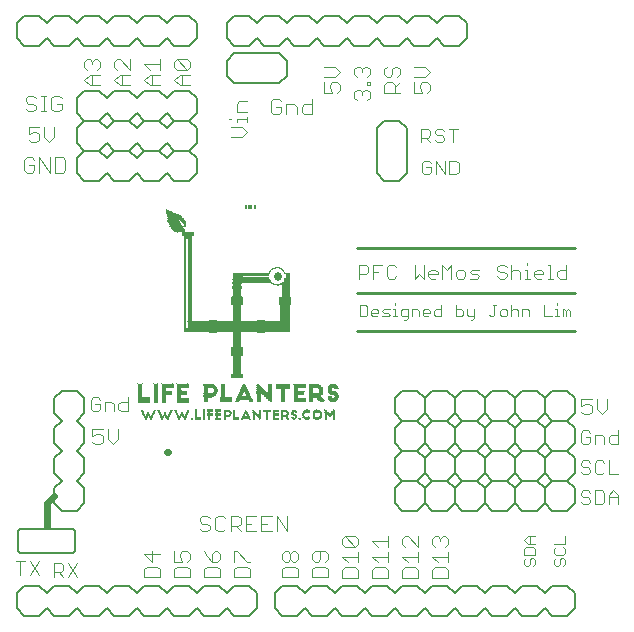
<source format=gto>
G75*
%MOIN*%
%OFA0B0*%
%FSLAX25Y25*%
%IPPOS*%
%LPD*%
%AMOC8*
5,1,8,0,0,1.08239X$1,22.5*
%
%ADD10C,0.00400*%
%ADD11C,0.00300*%
%ADD12R,0.00320X0.00080*%
%ADD13R,0.01920X0.00080*%
%ADD14R,0.00800X0.00080*%
%ADD15R,0.00320X0.00080*%
%ADD16R,0.00640X0.00080*%
%ADD17R,0.00720X0.00080*%
%ADD18R,0.00400X0.00080*%
%ADD19R,0.00480X0.00080*%
%ADD20R,0.01840X0.00080*%
%ADD21R,0.00560X0.00080*%
%ADD22R,0.00160X0.00080*%
%ADD23R,0.01920X0.00080*%
%ADD24R,0.00640X0.00080*%
%ADD25R,0.01200X0.00080*%
%ADD26R,0.01280X0.00080*%
%ADD27R,0.00240X0.00080*%
%ADD28R,0.01440X0.00080*%
%ADD29R,0.01520X0.00080*%
%ADD30R,0.00880X0.00080*%
%ADD31R,0.01760X0.00080*%
%ADD32R,0.01840X0.00080*%
%ADD33R,0.00720X0.00080*%
%ADD34R,0.02000X0.00080*%
%ADD35R,0.01360X0.00080*%
%ADD36R,0.02160X0.00080*%
%ADD37R,0.02240X0.00080*%
%ADD38R,0.01040X0.00080*%
%ADD39R,0.02400X0.00080*%
%ADD40R,0.02560X0.00080*%
%ADD41R,0.00960X0.00080*%
%ADD42R,0.02480X0.00080*%
%ADD43R,0.02640X0.00080*%
%ADD44R,0.01120X0.00080*%
%ADD45R,0.01040X0.00080*%
%ADD46R,0.01120X0.00080*%
%ADD47R,0.00080X0.00080*%
%ADD48R,0.02080X0.00080*%
%ADD49R,0.01520X0.00080*%
%ADD50R,0.01600X0.00080*%
%ADD51R,0.01680X0.00080*%
%ADD52R,0.03360X0.00080*%
%ADD53R,0.00240X0.00080*%
%ADD54R,0.02720X0.00080*%
%ADD55R,0.02320X0.00080*%
%ADD56R,0.03760X0.00080*%
%ADD57R,0.03680X0.00080*%
%ADD58R,0.03840X0.00080*%
%ADD59R,0.01440X0.00080*%
%ADD60R,0.02800X0.00080*%
%ADD61R,0.02960X0.00080*%
%ADD62R,0.05440X0.00080*%
%ADD63R,0.05360X0.00080*%
%ADD64R,0.03120X0.00080*%
%ADD65R,0.05280X0.00080*%
%ADD66R,0.03200X0.00080*%
%ADD67R,0.05200X0.00080*%
%ADD68R,0.03280X0.00080*%
%ADD69R,0.05040X0.00080*%
%ADD70R,0.03440X0.00080*%
%ADD71R,0.04960X0.00080*%
%ADD72R,0.04880X0.00080*%
%ADD73R,0.04720X0.00080*%
%ADD74R,0.04240X0.00080*%
%ADD75R,0.04560X0.00080*%
%ADD76R,0.04160X0.00080*%
%ADD77R,0.02320X0.00080*%
%ADD78R,0.03440X0.00080*%
%ADD79R,0.04480X0.00080*%
%ADD80R,0.04080X0.00080*%
%ADD81R,0.03520X0.00080*%
%ADD82R,0.04320X0.00080*%
%ADD83R,0.04000X0.00080*%
%ADD84R,0.02640X0.00080*%
%ADD85R,0.02720X0.00080*%
%ADD86R,0.02880X0.00080*%
%ADD87R,0.03040X0.00080*%
%ADD88R,0.04320X0.00080*%
%ADD89R,0.03120X0.00080*%
%ADD90R,0.04400X0.00080*%
%ADD91R,0.05040X0.00080*%
%ADD92R,0.04720X0.00080*%
%ADD93R,0.03920X0.00080*%
%ADD94R,0.03920X0.00080*%
%ADD95R,0.03600X0.00080*%
%ADD96R,0.10800X0.00080*%
%ADD97R,0.35120X0.00080*%
%ADD98R,0.34080X0.00080*%
%ADD99R,0.34000X0.00080*%
%ADD100R,0.25760X0.00080*%
%ADD101R,0.03520X0.00080*%
%ADD102R,0.13120X0.00080*%
%ADD103R,0.13040X0.00080*%
%ADD104R,0.12880X0.00080*%
%ADD105R,0.12800X0.00080*%
%ADD106R,0.12720X0.00080*%
%ADD107R,0.12640X0.00080*%
%ADD108R,0.12560X0.00080*%
%ADD109R,0.12480X0.00080*%
%ADD110R,0.12400X0.00080*%
%ADD111R,0.12320X0.00080*%
%ADD112R,0.12240X0.00080*%
%ADD113R,0.04240X0.00080*%
%ADD114R,0.03040X0.00080*%
%ADD115R,0.05120X0.00080*%
%ADD116R,0.04800X0.00080*%
%ADD117R,0.04640X0.00080*%
%ADD118C,0.01000*%
%ADD119C,0.02400*%
%ADD120C,0.00800*%
%ADD121R,0.00591X0.01181*%
%ADD122R,0.01181X0.01181*%
%ADD123C,0.00600*%
D10*
X0075095Y0061933D02*
X0075095Y0066537D01*
X0077397Y0066537D01*
X0078164Y0065770D01*
X0078164Y0064235D01*
X0077397Y0063468D01*
X0075095Y0063468D01*
X0076630Y0063468D02*
X0078164Y0061933D01*
X0079699Y0061933D02*
X0082768Y0066537D01*
X0079699Y0066537D02*
X0082768Y0061933D01*
X0069968Y0062633D02*
X0066899Y0067237D01*
X0069968Y0062633D01*
X0066899Y0062633D02*
X0069968Y0067237D01*
X0066899Y0062633D01*
X0063830Y0062633D02*
X0063830Y0067237D01*
X0063830Y0062633D01*
X0065364Y0067237D02*
X0062295Y0067237D01*
X0065364Y0067237D01*
X0105191Y0069579D02*
X0107793Y0066977D01*
X0107793Y0070446D01*
X0110395Y0069579D02*
X0105191Y0069579D01*
X0106058Y0065290D02*
X0105191Y0064422D01*
X0105191Y0061820D01*
X0110395Y0061820D01*
X0110395Y0064422D01*
X0109528Y0065290D01*
X0106058Y0065290D01*
X0115191Y0064422D02*
X0115191Y0061820D01*
X0120395Y0061820D01*
X0120395Y0064422D01*
X0119528Y0065290D01*
X0116058Y0065290D01*
X0115191Y0064422D01*
X0115191Y0066977D02*
X0117793Y0066977D01*
X0116926Y0068711D01*
X0116926Y0069579D01*
X0117793Y0070446D01*
X0119528Y0070446D01*
X0120395Y0069579D01*
X0120395Y0067844D01*
X0119528Y0066977D01*
X0115191Y0066977D02*
X0115191Y0070446D01*
X0125191Y0070446D02*
X0126058Y0068711D01*
X0127793Y0066977D01*
X0127793Y0069579D01*
X0128660Y0070446D01*
X0129528Y0070446D01*
X0130395Y0069579D01*
X0130395Y0067844D01*
X0129528Y0066977D01*
X0127793Y0066977D01*
X0129528Y0065290D02*
X0126058Y0065290D01*
X0125191Y0064422D01*
X0125191Y0061820D01*
X0130395Y0061820D01*
X0130395Y0064422D01*
X0129528Y0065290D01*
X0135191Y0064422D02*
X0135191Y0061820D01*
X0140395Y0061820D01*
X0140395Y0064422D01*
X0139528Y0065290D01*
X0136058Y0065290D01*
X0135191Y0064422D01*
X0135191Y0066977D02*
X0135191Y0070446D01*
X0136058Y0070446D01*
X0139528Y0066977D01*
X0140395Y0066977D01*
X0151191Y0067844D02*
X0151191Y0069579D01*
X0152058Y0070446D01*
X0152926Y0070446D01*
X0153793Y0069579D01*
X0153793Y0067844D01*
X0152926Y0066977D01*
X0152058Y0066977D01*
X0151191Y0067844D01*
X0153793Y0067844D02*
X0154660Y0066977D01*
X0155528Y0066977D01*
X0156395Y0067844D01*
X0156395Y0069579D01*
X0155528Y0070446D01*
X0154660Y0070446D01*
X0153793Y0069579D01*
X0155528Y0065290D02*
X0152058Y0065290D01*
X0151191Y0064422D01*
X0151191Y0061820D01*
X0156395Y0061820D01*
X0156395Y0064422D01*
X0155528Y0065290D01*
X0161191Y0064422D02*
X0161191Y0061820D01*
X0166395Y0061820D01*
X0166395Y0064422D01*
X0165528Y0065290D01*
X0162058Y0065290D01*
X0161191Y0064422D01*
X0162058Y0066977D02*
X0162926Y0066977D01*
X0163793Y0067844D01*
X0163793Y0070446D01*
X0165528Y0070446D02*
X0162058Y0070446D01*
X0161191Y0069579D01*
X0161191Y0067844D01*
X0162058Y0066977D01*
X0165528Y0066977D02*
X0166395Y0067844D01*
X0166395Y0069579D01*
X0165528Y0070446D01*
X0171191Y0068555D02*
X0176395Y0068555D01*
X0176395Y0066820D02*
X0176395Y0070290D01*
X0175528Y0071977D02*
X0172058Y0075446D01*
X0175528Y0075446D01*
X0176395Y0074579D01*
X0176395Y0072844D01*
X0175528Y0071977D01*
X0172058Y0071977D01*
X0171191Y0072844D01*
X0171191Y0074579D01*
X0172058Y0075446D01*
X0181191Y0073711D02*
X0186395Y0073711D01*
X0186395Y0071977D02*
X0186395Y0075446D01*
X0191191Y0074579D02*
X0191191Y0072844D01*
X0192058Y0071977D01*
X0191191Y0074579D02*
X0192058Y0075446D01*
X0192926Y0075446D01*
X0196395Y0071977D01*
X0196395Y0075446D01*
X0201191Y0074579D02*
X0202058Y0075446D01*
X0202926Y0075446D01*
X0203793Y0074579D01*
X0204660Y0075446D01*
X0205528Y0075446D01*
X0206395Y0074579D01*
X0206395Y0072844D01*
X0205528Y0071977D01*
X0206395Y0070290D02*
X0206395Y0066820D01*
X0206395Y0068555D02*
X0201191Y0068555D01*
X0202926Y0066820D01*
X0202058Y0065133D02*
X0205528Y0065133D01*
X0206395Y0064266D01*
X0206395Y0061664D01*
X0201191Y0061664D01*
X0201191Y0064266D01*
X0202058Y0065133D01*
X0196395Y0064266D02*
X0195528Y0065133D01*
X0192058Y0065133D01*
X0191191Y0064266D01*
X0191191Y0061664D01*
X0196395Y0061664D01*
X0196395Y0064266D01*
X0196395Y0066820D02*
X0196395Y0070290D01*
X0196395Y0068555D02*
X0191191Y0068555D01*
X0192926Y0066820D01*
X0186395Y0066820D02*
X0186395Y0070290D01*
X0186395Y0068555D02*
X0181191Y0068555D01*
X0182926Y0066820D01*
X0182058Y0065133D02*
X0185528Y0065133D01*
X0186395Y0064266D01*
X0186395Y0061664D01*
X0181191Y0061664D01*
X0181191Y0064266D01*
X0182058Y0065133D01*
X0176395Y0064266D02*
X0175528Y0065133D01*
X0172058Y0065133D01*
X0171191Y0064266D01*
X0171191Y0061664D01*
X0176395Y0061664D01*
X0176395Y0064266D01*
X0172926Y0066820D02*
X0171191Y0068555D01*
X0181191Y0073711D02*
X0182926Y0071977D01*
X0201191Y0072844D02*
X0202058Y0071977D01*
X0201191Y0072844D02*
X0201191Y0074579D01*
X0203793Y0074579D02*
X0203793Y0073711D01*
X0250795Y0086900D02*
X0251562Y0086133D01*
X0253097Y0086133D01*
X0253864Y0086900D01*
X0253864Y0087668D01*
X0253097Y0088435D01*
X0251562Y0088435D01*
X0250795Y0089202D01*
X0250795Y0089970D01*
X0251562Y0090737D01*
X0253097Y0090737D01*
X0253864Y0089970D01*
X0255399Y0090737D02*
X0255399Y0086133D01*
X0257701Y0086133D01*
X0258468Y0086900D01*
X0258468Y0089970D01*
X0257701Y0090737D01*
X0255399Y0090737D01*
X0260003Y0089202D02*
X0261538Y0090737D01*
X0263072Y0089202D01*
X0263072Y0086133D01*
X0263072Y0088435D02*
X0260003Y0088435D01*
X0260003Y0089202D02*
X0260003Y0086133D01*
X0260003Y0096133D02*
X0263072Y0096133D01*
X0260003Y0096133D02*
X0260003Y0100737D01*
X0258468Y0099970D02*
X0257701Y0100737D01*
X0256166Y0100737D01*
X0255399Y0099970D01*
X0255399Y0096900D01*
X0256166Y0096133D01*
X0257701Y0096133D01*
X0258468Y0096900D01*
X0253864Y0096900D02*
X0253097Y0096133D01*
X0251562Y0096133D01*
X0250795Y0096900D01*
X0251562Y0098435D02*
X0250795Y0099202D01*
X0250795Y0099970D01*
X0251562Y0100737D01*
X0253097Y0100737D01*
X0253864Y0099970D01*
X0253097Y0098435D02*
X0253864Y0097668D01*
X0253864Y0096900D01*
X0253097Y0098435D02*
X0251562Y0098435D01*
X0251562Y0106133D02*
X0253097Y0106133D01*
X0253864Y0106900D01*
X0253864Y0108435D01*
X0252330Y0108435D01*
X0253864Y0109970D02*
X0253097Y0110737D01*
X0251562Y0110737D01*
X0250795Y0109970D01*
X0250795Y0106900D01*
X0251562Y0106133D01*
X0255399Y0106133D02*
X0255399Y0109202D01*
X0257701Y0109202D01*
X0258468Y0108435D01*
X0258468Y0106133D01*
X0260003Y0106900D02*
X0260770Y0106133D01*
X0263072Y0106133D01*
X0263072Y0110737D01*
X0263072Y0109202D02*
X0260770Y0109202D01*
X0260003Y0108435D01*
X0260003Y0106900D01*
X0257686Y0116133D02*
X0259421Y0117868D01*
X0259421Y0121338D01*
X0255952Y0121338D02*
X0255952Y0117868D01*
X0257686Y0116133D01*
X0254265Y0117000D02*
X0253397Y0116133D01*
X0251663Y0116133D01*
X0250795Y0117000D01*
X0250795Y0118735D02*
X0252530Y0119603D01*
X0253397Y0119603D01*
X0254265Y0118735D01*
X0254265Y0117000D01*
X0250795Y0118735D02*
X0250795Y0121338D01*
X0254265Y0121338D01*
X0245877Y0161273D02*
X0243575Y0161273D01*
X0242808Y0162040D01*
X0242808Y0163575D01*
X0243575Y0164342D01*
X0245877Y0164342D01*
X0245877Y0165877D02*
X0245877Y0161273D01*
X0241273Y0161273D02*
X0239739Y0161273D01*
X0240506Y0161273D02*
X0240506Y0165877D01*
X0239739Y0165877D01*
X0238204Y0163575D02*
X0238204Y0162808D01*
X0235135Y0162808D01*
X0235135Y0163575D02*
X0235135Y0162040D01*
X0235902Y0161273D01*
X0237437Y0161273D01*
X0238204Y0163575D02*
X0237437Y0164342D01*
X0235902Y0164342D01*
X0235135Y0163575D01*
X0232833Y0164342D02*
X0232833Y0161273D01*
X0233600Y0161273D02*
X0232065Y0161273D01*
X0230531Y0161273D02*
X0230531Y0163575D01*
X0229763Y0164342D01*
X0228229Y0164342D01*
X0227461Y0163575D01*
X0225927Y0162808D02*
X0225927Y0162040D01*
X0225160Y0161273D01*
X0223625Y0161273D01*
X0222858Y0162040D01*
X0223625Y0163575D02*
X0222858Y0164342D01*
X0222858Y0165110D01*
X0223625Y0165877D01*
X0225160Y0165877D01*
X0225927Y0165110D01*
X0227461Y0165877D02*
X0227461Y0161273D01*
X0225927Y0162808D02*
X0225160Y0163575D01*
X0223625Y0163575D01*
X0216719Y0164342D02*
X0214417Y0164342D01*
X0213650Y0163575D01*
X0214417Y0162808D01*
X0215952Y0162808D01*
X0216719Y0162040D01*
X0215952Y0161273D01*
X0213650Y0161273D01*
X0212115Y0162040D02*
X0212115Y0163575D01*
X0211348Y0164342D01*
X0209813Y0164342D01*
X0209046Y0163575D01*
X0209046Y0162040D01*
X0209813Y0161273D01*
X0211348Y0161273D01*
X0212115Y0162040D01*
X0207511Y0161273D02*
X0207511Y0165877D01*
X0205977Y0164342D01*
X0204442Y0165877D01*
X0204442Y0161273D01*
X0202907Y0162808D02*
X0199838Y0162808D01*
X0199838Y0163575D02*
X0199838Y0162040D01*
X0200605Y0161273D01*
X0202140Y0161273D01*
X0202907Y0162808D02*
X0202907Y0163575D01*
X0202140Y0164342D01*
X0200605Y0164342D01*
X0199838Y0163575D01*
X0198303Y0161273D02*
X0198303Y0165877D01*
X0195234Y0165877D02*
X0195234Y0161273D01*
X0196769Y0162808D01*
X0198303Y0161273D01*
X0189095Y0162040D02*
X0188328Y0161273D01*
X0186793Y0161273D01*
X0186026Y0162040D01*
X0186026Y0165110D01*
X0186793Y0165877D01*
X0188328Y0165877D01*
X0189095Y0165110D01*
X0184492Y0165877D02*
X0181422Y0165877D01*
X0181422Y0161273D01*
X0181422Y0163575D02*
X0182957Y0163575D01*
X0179888Y0163575D02*
X0179120Y0162808D01*
X0176818Y0162808D01*
X0176818Y0161273D02*
X0176818Y0165877D01*
X0179120Y0165877D01*
X0179888Y0165110D01*
X0179888Y0163575D01*
X0198411Y0196053D02*
X0199945Y0196053D01*
X0200713Y0196820D01*
X0200713Y0198355D01*
X0199178Y0198355D01*
X0200713Y0199890D02*
X0199945Y0200657D01*
X0198411Y0200657D01*
X0197643Y0199890D01*
X0197643Y0196820D01*
X0198411Y0196053D01*
X0202247Y0196053D02*
X0202247Y0200657D01*
X0205317Y0196053D01*
X0205317Y0200657D01*
X0206851Y0200657D02*
X0209153Y0200657D01*
X0209920Y0199890D01*
X0209920Y0196820D01*
X0209153Y0196053D01*
X0206851Y0196053D01*
X0206851Y0200657D01*
X0208198Y0206733D02*
X0208198Y0211337D01*
X0209732Y0211337D02*
X0206663Y0211337D01*
X0205128Y0210570D02*
X0204361Y0211337D01*
X0202826Y0211337D01*
X0202059Y0210570D01*
X0202059Y0209802D01*
X0202826Y0209035D01*
X0204361Y0209035D01*
X0205128Y0208268D01*
X0205128Y0207500D01*
X0204361Y0206733D01*
X0202826Y0206733D01*
X0202059Y0207500D01*
X0200524Y0206733D02*
X0198990Y0208268D01*
X0199757Y0208268D02*
X0197455Y0208268D01*
X0197455Y0206733D02*
X0197455Y0211337D01*
X0199757Y0211337D01*
X0200524Y0210570D01*
X0200524Y0209035D01*
X0199757Y0208268D01*
X0199528Y0223320D02*
X0200395Y0224188D01*
X0200395Y0225922D01*
X0199528Y0226790D01*
X0197793Y0226790D01*
X0196926Y0225922D01*
X0196926Y0225055D01*
X0197793Y0223320D01*
X0195191Y0223320D01*
X0195191Y0226790D01*
X0195191Y0228477D02*
X0198660Y0228477D01*
X0200395Y0230211D01*
X0198660Y0231946D01*
X0195191Y0231946D01*
X0190395Y0231079D02*
X0190395Y0229344D01*
X0189528Y0228477D01*
X0190395Y0226790D02*
X0188660Y0225055D01*
X0188660Y0225922D02*
X0188660Y0223320D01*
X0190395Y0223320D02*
X0185191Y0223320D01*
X0185191Y0225922D01*
X0186058Y0226790D01*
X0187793Y0226790D01*
X0188660Y0225922D01*
X0186926Y0228477D02*
X0187793Y0229344D01*
X0187793Y0231079D01*
X0188660Y0231946D01*
X0189528Y0231946D01*
X0190395Y0231079D01*
X0186926Y0228477D02*
X0186058Y0228477D01*
X0185191Y0229344D01*
X0185191Y0231079D01*
X0186058Y0231946D01*
X0180395Y0231079D02*
X0180395Y0229344D01*
X0179528Y0228477D01*
X0179528Y0226766D02*
X0180395Y0226766D01*
X0180395Y0225898D01*
X0179528Y0225898D01*
X0179528Y0226766D01*
X0179528Y0224212D02*
X0178660Y0224212D01*
X0177793Y0223344D01*
X0177793Y0222477D01*
X0177793Y0223344D02*
X0176926Y0224212D01*
X0176058Y0224212D01*
X0175191Y0223344D01*
X0175191Y0221609D01*
X0176058Y0220742D01*
X0179528Y0220742D02*
X0180395Y0221609D01*
X0180395Y0223344D01*
X0179528Y0224212D01*
X0176058Y0228477D02*
X0175191Y0229344D01*
X0175191Y0231079D01*
X0176058Y0231946D01*
X0176926Y0231946D01*
X0177793Y0231079D01*
X0178660Y0231946D01*
X0179528Y0231946D01*
X0180395Y0231079D01*
X0177793Y0231079D02*
X0177793Y0230211D01*
X0170395Y0230211D02*
X0168660Y0231946D01*
X0165191Y0231946D01*
X0165191Y0228477D02*
X0168660Y0228477D01*
X0170395Y0230211D01*
X0169528Y0226790D02*
X0167793Y0226790D01*
X0166926Y0225922D01*
X0166926Y0225055D01*
X0167793Y0223320D01*
X0165191Y0223320D01*
X0165191Y0226790D01*
X0169528Y0226790D02*
X0170395Y0225922D01*
X0170395Y0224188D01*
X0169528Y0223320D01*
X0161078Y0221238D02*
X0161078Y0216033D01*
X0158475Y0216033D01*
X0157608Y0216900D01*
X0157608Y0218635D01*
X0158475Y0219503D01*
X0161078Y0219503D01*
X0155921Y0218635D02*
X0155921Y0216033D01*
X0155921Y0218635D02*
X0155054Y0219503D01*
X0152452Y0219503D01*
X0152452Y0216033D01*
X0150765Y0216900D02*
X0150765Y0218635D01*
X0149030Y0218635D01*
X0150765Y0216900D02*
X0149897Y0216033D01*
X0148163Y0216033D01*
X0147295Y0216900D01*
X0147295Y0220370D01*
X0148163Y0221238D01*
X0149897Y0221238D01*
X0150765Y0220370D01*
X0139395Y0220446D02*
X0136793Y0220446D01*
X0135926Y0219579D01*
X0135926Y0216977D01*
X0139395Y0216977D01*
X0139395Y0215274D02*
X0139395Y0213539D01*
X0139395Y0214406D02*
X0135926Y0214406D01*
X0135926Y0213539D01*
X0134191Y0214406D02*
X0133323Y0214406D01*
X0134191Y0211852D02*
X0137660Y0211852D01*
X0139395Y0210117D01*
X0137660Y0208383D01*
X0134191Y0208383D01*
X0120395Y0225820D02*
X0116926Y0225820D01*
X0115191Y0227555D01*
X0116926Y0229290D01*
X0120395Y0229290D01*
X0119528Y0230977D02*
X0116058Y0234446D01*
X0119528Y0234446D01*
X0120395Y0233579D01*
X0120395Y0231844D01*
X0119528Y0230977D01*
X0116058Y0230977D01*
X0115191Y0231844D01*
X0115191Y0233579D01*
X0116058Y0234446D01*
X0110395Y0234446D02*
X0110395Y0230977D01*
X0110395Y0229290D02*
X0106926Y0229290D01*
X0105191Y0227555D01*
X0106926Y0225820D01*
X0110395Y0225820D01*
X0107793Y0225820D02*
X0107793Y0229290D01*
X0106926Y0230977D02*
X0105191Y0232711D01*
X0110395Y0232711D01*
X0117793Y0229290D02*
X0117793Y0225820D01*
X0100395Y0225820D02*
X0096926Y0225820D01*
X0095191Y0227555D01*
X0096926Y0229290D01*
X0100395Y0229290D01*
X0100395Y0230977D02*
X0096926Y0234446D01*
X0096058Y0234446D01*
X0095191Y0233579D01*
X0095191Y0231844D01*
X0096058Y0230977D01*
X0097793Y0229290D02*
X0097793Y0225820D01*
X0100395Y0230977D02*
X0100395Y0234446D01*
X0090395Y0233579D02*
X0090395Y0231844D01*
X0089528Y0230977D01*
X0090395Y0229290D02*
X0086926Y0229290D01*
X0085191Y0227555D01*
X0086926Y0225820D01*
X0090395Y0225820D01*
X0087793Y0225820D02*
X0087793Y0229290D01*
X0086058Y0230977D02*
X0085191Y0231844D01*
X0085191Y0233579D01*
X0086058Y0234446D01*
X0086926Y0234446D01*
X0087793Y0233579D01*
X0088660Y0234446D01*
X0089528Y0234446D01*
X0090395Y0233579D01*
X0087793Y0233579D02*
X0087793Y0232711D01*
X0076791Y0222218D02*
X0075057Y0222218D01*
X0074189Y0221350D01*
X0074189Y0217880D01*
X0075057Y0217013D01*
X0076791Y0217013D01*
X0077659Y0217880D01*
X0077659Y0219615D01*
X0075924Y0219615D01*
X0077659Y0221350D02*
X0076791Y0222218D01*
X0072486Y0222218D02*
X0070752Y0222218D01*
X0071619Y0222218D02*
X0071619Y0217013D01*
X0070752Y0217013D02*
X0072486Y0217013D01*
X0069065Y0217880D02*
X0068197Y0217013D01*
X0066463Y0217013D01*
X0065595Y0217880D01*
X0066463Y0219615D02*
X0068197Y0219615D01*
X0069065Y0218748D01*
X0069065Y0217880D01*
X0066463Y0219615D02*
X0065595Y0220483D01*
X0065595Y0221350D01*
X0066463Y0222218D01*
X0068197Y0222218D01*
X0069065Y0221350D01*
X0070045Y0211977D02*
X0066575Y0211977D01*
X0066575Y0209375D01*
X0068310Y0210243D01*
X0069177Y0210243D01*
X0070045Y0209375D01*
X0070045Y0207640D01*
X0069177Y0206773D01*
X0067443Y0206773D01*
X0066575Y0207640D01*
X0071732Y0208508D02*
X0071732Y0211977D01*
X0071732Y0208508D02*
X0073466Y0206773D01*
X0075201Y0208508D01*
X0075201Y0211977D01*
X0075368Y0201737D02*
X0077970Y0201737D01*
X0078838Y0200870D01*
X0078838Y0197400D01*
X0077970Y0196533D01*
X0075368Y0196533D01*
X0075368Y0201737D01*
X0073681Y0201737D02*
X0073681Y0196533D01*
X0070212Y0201737D01*
X0070212Y0196533D01*
X0068525Y0197400D02*
X0068525Y0199135D01*
X0066790Y0199135D01*
X0068525Y0197400D02*
X0067657Y0196533D01*
X0065923Y0196533D01*
X0065055Y0197400D01*
X0065055Y0200870D01*
X0065923Y0201737D01*
X0067657Y0201737D01*
X0068525Y0200870D01*
X0088062Y0121737D02*
X0087295Y0120970D01*
X0087295Y0117900D01*
X0088062Y0117133D01*
X0089597Y0117133D01*
X0090364Y0117900D01*
X0090364Y0119435D01*
X0088830Y0119435D01*
X0090364Y0120970D02*
X0089597Y0121737D01*
X0088062Y0121737D01*
X0091899Y0120202D02*
X0094201Y0120202D01*
X0094968Y0119435D01*
X0094968Y0117133D01*
X0096503Y0117900D02*
X0096503Y0119435D01*
X0097270Y0120202D01*
X0099572Y0120202D01*
X0099572Y0121737D02*
X0099572Y0117133D01*
X0097270Y0117133D01*
X0096503Y0117900D01*
X0091899Y0117133D02*
X0091899Y0120202D01*
X0091265Y0111338D02*
X0087795Y0111338D01*
X0087795Y0108735D01*
X0089530Y0109603D01*
X0090397Y0109603D01*
X0091265Y0108735D01*
X0091265Y0107000D01*
X0090397Y0106133D01*
X0088663Y0106133D01*
X0087795Y0107000D01*
X0092952Y0107868D02*
X0094686Y0106133D01*
X0096421Y0107868D01*
X0096421Y0111338D01*
X0092952Y0111338D02*
X0092952Y0107868D01*
X0123595Y0081350D02*
X0123595Y0080483D01*
X0124463Y0079615D01*
X0126197Y0079615D01*
X0127065Y0078748D01*
X0127065Y0077880D01*
X0126197Y0077013D01*
X0124463Y0077013D01*
X0123595Y0077880D01*
X0123595Y0081350D02*
X0124463Y0082218D01*
X0126197Y0082218D01*
X0127065Y0081350D01*
X0128752Y0081350D02*
X0128752Y0077880D01*
X0129619Y0077013D01*
X0131354Y0077013D01*
X0132221Y0077880D01*
X0133908Y0077013D02*
X0133908Y0082218D01*
X0136510Y0082218D01*
X0137378Y0081350D01*
X0137378Y0079615D01*
X0136510Y0078748D01*
X0133908Y0078748D01*
X0135643Y0078748D02*
X0137378Y0077013D01*
X0139064Y0077013D02*
X0142534Y0077013D01*
X0144221Y0077013D02*
X0147690Y0077013D01*
X0149377Y0077013D02*
X0149377Y0082218D01*
X0152847Y0077013D01*
X0152847Y0082218D01*
X0147690Y0082218D02*
X0144221Y0082218D01*
X0144221Y0077013D01*
X0144221Y0079615D02*
X0145956Y0079615D01*
X0142534Y0082218D02*
X0139064Y0082218D01*
X0139064Y0077013D01*
X0139064Y0079615D02*
X0140799Y0079615D01*
X0132221Y0081350D02*
X0131354Y0082218D01*
X0129619Y0082218D01*
X0128752Y0081350D01*
X0232065Y0164342D02*
X0232833Y0164342D01*
X0232833Y0165877D02*
X0232833Y0166644D01*
D11*
X0242751Y0153043D02*
X0242751Y0152426D01*
X0242751Y0151192D02*
X0242751Y0148723D01*
X0242134Y0148723D02*
X0243368Y0148723D01*
X0244589Y0148723D02*
X0244589Y0151192D01*
X0245207Y0151192D01*
X0245824Y0150575D01*
X0246441Y0151192D01*
X0247058Y0150575D01*
X0247058Y0148723D01*
X0245824Y0148723D02*
X0245824Y0150575D01*
X0242751Y0151192D02*
X0242134Y0151192D01*
X0240920Y0148723D02*
X0238451Y0148723D01*
X0238451Y0152426D01*
X0233553Y0150575D02*
X0233553Y0148723D01*
X0233553Y0150575D02*
X0232936Y0151192D01*
X0231085Y0151192D01*
X0231085Y0148723D01*
X0229870Y0148723D02*
X0229870Y0150575D01*
X0229253Y0151192D01*
X0228019Y0151192D01*
X0227401Y0150575D01*
X0226187Y0150575D02*
X0226187Y0149340D01*
X0225570Y0148723D01*
X0224335Y0148723D01*
X0223718Y0149340D01*
X0223718Y0150575D01*
X0224335Y0151192D01*
X0225570Y0151192D01*
X0226187Y0150575D01*
X0227401Y0152426D02*
X0227401Y0148723D01*
X0221887Y0149340D02*
X0221887Y0152426D01*
X0221270Y0152426D02*
X0222504Y0152426D01*
X0221887Y0149340D02*
X0221270Y0148723D01*
X0220652Y0148723D01*
X0220035Y0149340D01*
X0215138Y0148723D02*
X0213286Y0148723D01*
X0212669Y0149340D01*
X0212669Y0151192D01*
X0211455Y0150575D02*
X0210837Y0151192D01*
X0208986Y0151192D01*
X0208986Y0152426D02*
X0208986Y0148723D01*
X0210837Y0148723D01*
X0211455Y0149340D01*
X0211455Y0150575D01*
X0215138Y0151192D02*
X0215138Y0148106D01*
X0214520Y0147489D01*
X0213903Y0147489D01*
X0204088Y0148723D02*
X0202237Y0148723D01*
X0201619Y0149340D01*
X0201619Y0150575D01*
X0202237Y0151192D01*
X0204088Y0151192D01*
X0204088Y0152426D02*
X0204088Y0148723D01*
X0200405Y0149957D02*
X0200405Y0150575D01*
X0199788Y0151192D01*
X0198553Y0151192D01*
X0197936Y0150575D01*
X0197936Y0149340D01*
X0198553Y0148723D01*
X0199788Y0148723D01*
X0200405Y0149957D02*
X0197936Y0149957D01*
X0196722Y0150575D02*
X0196722Y0148723D01*
X0196722Y0150575D02*
X0196105Y0151192D01*
X0194253Y0151192D01*
X0194253Y0148723D01*
X0193039Y0148723D02*
X0191187Y0148723D01*
X0190570Y0149340D01*
X0190570Y0150575D01*
X0191187Y0151192D01*
X0193039Y0151192D01*
X0193039Y0148106D01*
X0192422Y0147489D01*
X0191804Y0147489D01*
X0189349Y0148723D02*
X0188115Y0148723D01*
X0188732Y0148723D02*
X0188732Y0151192D01*
X0188115Y0151192D01*
X0186900Y0151192D02*
X0185049Y0151192D01*
X0184431Y0150575D01*
X0185049Y0149957D01*
X0186283Y0149957D01*
X0186900Y0149340D01*
X0186283Y0148723D01*
X0184431Y0148723D01*
X0183217Y0149957D02*
X0180748Y0149957D01*
X0180748Y0149340D02*
X0180748Y0150575D01*
X0181365Y0151192D01*
X0182600Y0151192D01*
X0183217Y0150575D01*
X0183217Y0149957D01*
X0182600Y0148723D02*
X0181365Y0148723D01*
X0180748Y0149340D01*
X0179534Y0149340D02*
X0179534Y0151809D01*
X0178917Y0152426D01*
X0177065Y0152426D01*
X0177065Y0148723D01*
X0178917Y0148723D01*
X0179534Y0149340D01*
X0188732Y0152426D02*
X0188732Y0153043D01*
X0232976Y0075418D02*
X0235445Y0075418D01*
X0233594Y0075418D02*
X0233594Y0072949D01*
X0232976Y0072949D02*
X0231742Y0074184D01*
X0232976Y0075418D01*
X0232976Y0072949D02*
X0235445Y0072949D01*
X0234828Y0071735D02*
X0232359Y0071735D01*
X0231742Y0071118D01*
X0231742Y0069266D01*
X0235445Y0069266D01*
X0235445Y0071118D01*
X0234828Y0071735D01*
X0234828Y0068052D02*
X0235445Y0067435D01*
X0235445Y0066200D01*
X0234828Y0065583D01*
X0233594Y0066200D02*
X0233594Y0067435D01*
X0234211Y0068052D01*
X0234828Y0068052D01*
X0233594Y0066200D02*
X0232976Y0065583D01*
X0232359Y0065583D01*
X0231742Y0066200D01*
X0231742Y0067435D01*
X0232359Y0068052D01*
X0241742Y0067435D02*
X0241742Y0066200D01*
X0242359Y0065583D01*
X0242976Y0065583D01*
X0243594Y0066200D01*
X0243594Y0067435D01*
X0244211Y0068052D01*
X0244828Y0068052D01*
X0245445Y0067435D01*
X0245445Y0066200D01*
X0244828Y0065583D01*
X0242359Y0068052D02*
X0241742Y0067435D01*
X0242359Y0069266D02*
X0244828Y0069266D01*
X0245445Y0069883D01*
X0245445Y0071118D01*
X0244828Y0071735D01*
X0245445Y0072949D02*
X0241742Y0072949D01*
X0242359Y0071735D02*
X0241742Y0071118D01*
X0241742Y0069883D01*
X0242359Y0069266D01*
X0245445Y0072949D02*
X0245445Y0075418D01*
D12*
X0167015Y0115233D03*
X0159975Y0114993D03*
X0143815Y0114433D03*
X0139015Y0117073D03*
X0139015Y0117153D03*
X0121015Y0114193D03*
X0153575Y0143393D03*
X0148375Y0159313D03*
X0148215Y0159393D03*
X0147975Y0159553D03*
X0148215Y0164433D03*
X0151015Y0164353D03*
D13*
X0143655Y0124513D03*
X0151735Y0117073D03*
X0162855Y0117073D03*
X0168055Y0120273D03*
X0132695Y0117073D03*
X0129895Y0117073D03*
X0129895Y0116993D03*
X0129895Y0116913D03*
X0129895Y0116833D03*
X0129895Y0117153D03*
X0129895Y0117233D03*
X0129895Y0117313D03*
X0129895Y0117393D03*
X0129895Y0114673D03*
X0129895Y0114593D03*
X0129895Y0114513D03*
X0129895Y0114433D03*
X0129895Y0114353D03*
X0129895Y0114273D03*
X0129895Y0114193D03*
X0122935Y0114193D03*
X0122935Y0114273D03*
X0122935Y0114353D03*
X0122935Y0114433D03*
X0122935Y0114513D03*
X0122935Y0114593D03*
X0122935Y0114673D03*
X0122935Y0114753D03*
X0122935Y0114833D03*
D14*
X0125015Y0114833D03*
X0125015Y0114753D03*
X0125015Y0114673D03*
X0125015Y0114593D03*
X0125015Y0114513D03*
X0125015Y0114433D03*
X0125015Y0114353D03*
X0125015Y0114273D03*
X0125015Y0114193D03*
X0125015Y0114913D03*
X0125015Y0114993D03*
X0125015Y0115073D03*
X0125015Y0115153D03*
X0125015Y0115233D03*
X0125015Y0115313D03*
X0125015Y0115393D03*
X0125015Y0115473D03*
X0125015Y0115553D03*
X0125015Y0115633D03*
X0125015Y0115713D03*
X0125015Y0115793D03*
X0125015Y0115873D03*
X0125015Y0115953D03*
X0125015Y0116033D03*
X0125015Y0116113D03*
X0125015Y0116193D03*
X0125015Y0116273D03*
X0125015Y0116353D03*
X0125015Y0116433D03*
X0125015Y0116513D03*
X0125015Y0116593D03*
X0125015Y0116673D03*
X0125015Y0116753D03*
X0125015Y0116833D03*
X0125015Y0116913D03*
X0125015Y0116993D03*
X0125015Y0117073D03*
X0125015Y0117153D03*
X0125015Y0117233D03*
X0125015Y0117313D03*
X0125015Y0117393D03*
X0126615Y0116753D03*
X0126615Y0116673D03*
X0126615Y0116593D03*
X0126615Y0116513D03*
X0126615Y0116433D03*
X0126615Y0116353D03*
X0126615Y0116273D03*
X0126615Y0116193D03*
X0126615Y0115473D03*
X0126615Y0115393D03*
X0126615Y0115313D03*
X0126615Y0115233D03*
X0126615Y0115153D03*
X0126615Y0115073D03*
X0126615Y0114993D03*
X0126615Y0114913D03*
X0126615Y0114833D03*
X0126615Y0114753D03*
X0126615Y0114673D03*
X0126615Y0114593D03*
X0126615Y0114513D03*
X0126615Y0114433D03*
X0126615Y0114353D03*
X0126615Y0114273D03*
X0126615Y0114193D03*
X0129335Y0114753D03*
X0129335Y0115473D03*
X0129335Y0116753D03*
X0139015Y0116673D03*
X0141735Y0116673D03*
X0143575Y0114913D03*
X0148455Y0115553D03*
X0155095Y0114353D03*
X0155495Y0115553D03*
X0158215Y0115553D03*
X0158215Y0115473D03*
X0158215Y0115393D03*
X0158295Y0115313D03*
X0158215Y0116033D03*
X0158215Y0116113D03*
X0158295Y0116273D03*
X0161655Y0116033D03*
X0161735Y0116193D03*
X0161735Y0116273D03*
X0161655Y0115553D03*
X0161735Y0115313D03*
X0162855Y0114193D03*
X0163975Y0115233D03*
X0163975Y0115313D03*
X0164055Y0115393D03*
X0164055Y0115473D03*
X0164055Y0115553D03*
X0164055Y0116033D03*
X0164055Y0116113D03*
X0163975Y0116273D03*
X0165735Y0115793D03*
X0165735Y0116913D03*
X0167015Y0115473D03*
X0168295Y0115793D03*
X0168295Y0116913D03*
X0143095Y0125633D03*
X0138455Y0125713D03*
X0117735Y0115953D03*
X0117735Y0115873D03*
X0116775Y0114673D03*
X0112935Y0114673D03*
X0112055Y0115873D03*
X0112055Y0115953D03*
X0111175Y0114753D03*
X0111175Y0114673D03*
X0105575Y0114673D03*
X0105575Y0114753D03*
X0149575Y0158993D03*
X0149575Y0160673D03*
X0118615Y0179393D03*
X0118615Y0179473D03*
D15*
X0118855Y0178673D03*
X0119335Y0174593D03*
X0147735Y0164113D03*
X0148055Y0164353D03*
X0148295Y0164513D03*
X0150855Y0164433D03*
X0148535Y0159233D03*
X0150855Y0143393D03*
X0168055Y0125953D03*
X0168535Y0117393D03*
X0162855Y0117393D03*
X0156935Y0114193D03*
X0152935Y0116513D03*
X0141495Y0117153D03*
X0133895Y0116513D03*
X0133895Y0115953D03*
X0117655Y0116433D03*
X0112055Y0116513D03*
D16*
X0112055Y0116113D03*
X0112055Y0116033D03*
X0113415Y0115473D03*
X0113575Y0115793D03*
X0113575Y0115873D03*
X0113735Y0116273D03*
X0113815Y0116433D03*
X0114055Y0116833D03*
X0114135Y0116993D03*
X0114135Y0117073D03*
X0114215Y0117153D03*
X0114215Y0117233D03*
X0115575Y0117233D03*
X0115575Y0117153D03*
X0115735Y0116833D03*
X0115815Y0116593D03*
X0115815Y0116513D03*
X0115975Y0116273D03*
X0115975Y0116193D03*
X0116375Y0115393D03*
X0116775Y0114513D03*
X0117735Y0116033D03*
X0117735Y0116113D03*
X0119175Y0115713D03*
X0119335Y0116113D03*
X0119415Y0116273D03*
X0119415Y0116353D03*
X0119575Y0116593D03*
X0119575Y0116673D03*
X0118615Y0114513D03*
X0112935Y0114513D03*
X0112935Y0114433D03*
X0111175Y0114433D03*
X0111175Y0114513D03*
X0111175Y0114593D03*
X0110615Y0115633D03*
X0110615Y0115713D03*
X0110535Y0115793D03*
X0110535Y0115873D03*
X0110455Y0115953D03*
X0110455Y0116033D03*
X0110055Y0116833D03*
X0109975Y0116993D03*
X0109975Y0117073D03*
X0109815Y0117313D03*
X0108615Y0117153D03*
X0108535Y0116993D03*
X0108455Y0116833D03*
X0108375Y0116593D03*
X0108135Y0116033D03*
X0107815Y0115473D03*
X0106455Y0116033D03*
X0105175Y0115473D03*
X0104935Y0115873D03*
X0104855Y0116033D03*
X0104775Y0116193D03*
X0104775Y0116273D03*
X0104775Y0116353D03*
X0104615Y0116593D03*
X0104615Y0116673D03*
X0104535Y0116833D03*
X0104455Y0116993D03*
X0132055Y0116753D03*
X0132055Y0116673D03*
X0132055Y0116593D03*
X0132055Y0116513D03*
X0132055Y0116433D03*
X0132055Y0116353D03*
X0132055Y0116273D03*
X0132055Y0116193D03*
X0132055Y0116113D03*
X0132055Y0116033D03*
X0132055Y0115953D03*
X0132055Y0115873D03*
X0132055Y0115793D03*
X0132055Y0115713D03*
X0132055Y0115633D03*
X0132055Y0115153D03*
X0132055Y0115073D03*
X0132055Y0114993D03*
X0132055Y0114913D03*
X0132055Y0114833D03*
X0132055Y0114753D03*
X0132055Y0114673D03*
X0132055Y0114593D03*
X0132055Y0114513D03*
X0132055Y0114433D03*
X0132055Y0114353D03*
X0132055Y0114273D03*
X0135175Y0114833D03*
X0135175Y0114913D03*
X0138215Y0115233D03*
X0139015Y0116833D03*
X0141655Y0116833D03*
X0141655Y0115713D03*
X0141655Y0115633D03*
X0141655Y0115553D03*
X0141655Y0115473D03*
X0141655Y0115393D03*
X0141655Y0115313D03*
X0141655Y0115233D03*
X0141655Y0115153D03*
X0141655Y0115073D03*
X0141655Y0114993D03*
X0141655Y0114913D03*
X0141655Y0114833D03*
X0141655Y0114753D03*
X0141655Y0114673D03*
X0141655Y0114593D03*
X0141655Y0114513D03*
X0141655Y0114433D03*
X0141655Y0114353D03*
X0141655Y0114273D03*
X0143655Y0114753D03*
X0143655Y0116273D03*
X0143655Y0116353D03*
X0143655Y0116433D03*
X0143655Y0116513D03*
X0143655Y0116593D03*
X0143655Y0116673D03*
X0143655Y0116753D03*
X0143655Y0116833D03*
X0143655Y0116913D03*
X0143655Y0116993D03*
X0143655Y0117073D03*
X0143655Y0117153D03*
X0143655Y0117233D03*
X0143655Y0117313D03*
X0146055Y0116673D03*
X0146055Y0116593D03*
X0146055Y0116513D03*
X0146055Y0116433D03*
X0146055Y0116353D03*
X0146055Y0116273D03*
X0146055Y0116193D03*
X0146055Y0116113D03*
X0146055Y0116033D03*
X0146055Y0115953D03*
X0146055Y0115873D03*
X0146055Y0115793D03*
X0146055Y0115713D03*
X0146055Y0115633D03*
X0146055Y0115553D03*
X0146055Y0115473D03*
X0146055Y0115393D03*
X0146055Y0115313D03*
X0146055Y0115233D03*
X0146055Y0115153D03*
X0146055Y0115073D03*
X0146055Y0114993D03*
X0146055Y0114913D03*
X0146055Y0114833D03*
X0146055Y0114753D03*
X0146055Y0114673D03*
X0146055Y0114593D03*
X0146055Y0114513D03*
X0146055Y0114433D03*
X0146055Y0114353D03*
X0146055Y0114273D03*
X0148375Y0114753D03*
X0148375Y0114833D03*
X0148375Y0114913D03*
X0148375Y0114993D03*
X0148375Y0115073D03*
X0148375Y0115153D03*
X0148375Y0115233D03*
X0148375Y0115313D03*
X0148375Y0115393D03*
X0148375Y0115473D03*
X0148375Y0116113D03*
X0148375Y0116193D03*
X0148375Y0116273D03*
X0148375Y0116353D03*
X0148375Y0116433D03*
X0148375Y0116513D03*
X0148375Y0116593D03*
X0148375Y0116673D03*
X0148375Y0116753D03*
X0148375Y0116833D03*
X0152615Y0114993D03*
X0152775Y0114673D03*
X0152855Y0114593D03*
X0152935Y0114433D03*
X0159415Y0114193D03*
X0165655Y0117073D03*
X0167015Y0115393D03*
X0168375Y0117073D03*
X0143015Y0125793D03*
X0138535Y0125953D03*
X0148775Y0164673D03*
X0148935Y0164753D03*
D17*
X0118655Y0179233D03*
X0118655Y0179313D03*
X0138495Y0125873D03*
X0138495Y0125793D03*
X0143055Y0125713D03*
X0141695Y0116753D03*
X0141695Y0115793D03*
X0151135Y0115153D03*
X0151135Y0115073D03*
X0151135Y0116833D03*
X0155135Y0117153D03*
X0161695Y0116113D03*
X0161695Y0115473D03*
X0161695Y0115393D03*
X0164095Y0115633D03*
X0164095Y0115713D03*
X0164095Y0115793D03*
X0164095Y0115873D03*
X0164095Y0115953D03*
X0165695Y0115713D03*
X0165695Y0115633D03*
X0165695Y0115553D03*
X0165695Y0115473D03*
X0165695Y0115393D03*
X0165695Y0115313D03*
X0165695Y0115233D03*
X0165695Y0115153D03*
X0165695Y0115073D03*
X0165695Y0114993D03*
X0165695Y0114913D03*
X0165695Y0114833D03*
X0165695Y0114753D03*
X0165695Y0114673D03*
X0165695Y0114593D03*
X0165695Y0114513D03*
X0165695Y0114433D03*
X0165695Y0114353D03*
X0165695Y0114273D03*
X0165695Y0114193D03*
X0168335Y0114193D03*
X0168335Y0114273D03*
X0168335Y0114353D03*
X0168335Y0114433D03*
X0168335Y0114513D03*
X0168335Y0114593D03*
X0168335Y0114673D03*
X0168335Y0114753D03*
X0168335Y0114833D03*
X0168335Y0114913D03*
X0168335Y0114993D03*
X0168335Y0115073D03*
X0168335Y0115153D03*
X0168335Y0115233D03*
X0168335Y0115313D03*
X0168335Y0115393D03*
X0168335Y0115473D03*
X0168335Y0115553D03*
X0168335Y0115633D03*
X0168335Y0115713D03*
X0168335Y0116993D03*
X0165695Y0116993D03*
X0168095Y0120033D03*
X0132095Y0116833D03*
X0129295Y0116673D03*
X0129295Y0116593D03*
X0129295Y0116513D03*
X0129295Y0116433D03*
X0129295Y0116353D03*
X0129295Y0116273D03*
X0129295Y0116193D03*
X0129295Y0115393D03*
X0129295Y0115313D03*
X0129295Y0115233D03*
X0129295Y0115153D03*
X0129295Y0115073D03*
X0129295Y0114993D03*
X0129295Y0114913D03*
X0129295Y0114833D03*
X0122335Y0114913D03*
X0122335Y0114993D03*
X0122335Y0115073D03*
X0122335Y0115153D03*
X0122335Y0115233D03*
X0122335Y0115313D03*
X0122335Y0115393D03*
X0122335Y0115473D03*
X0122335Y0115553D03*
X0122335Y0115633D03*
X0122335Y0115713D03*
X0122335Y0115793D03*
X0122335Y0115873D03*
X0122335Y0115953D03*
X0122335Y0116033D03*
X0122335Y0116113D03*
X0122335Y0116193D03*
X0122335Y0116273D03*
X0122335Y0116353D03*
X0122335Y0116433D03*
X0122335Y0116513D03*
X0122335Y0116593D03*
X0122335Y0116673D03*
X0122335Y0116753D03*
X0122335Y0116833D03*
X0122335Y0116913D03*
X0122335Y0116993D03*
X0122335Y0117073D03*
X0122335Y0117153D03*
X0122335Y0117233D03*
X0122335Y0117313D03*
X0122335Y0117393D03*
X0112895Y0114593D03*
D18*
X0111135Y0114273D03*
X0112015Y0116353D03*
X0112015Y0116433D03*
X0107375Y0114273D03*
X0105615Y0114273D03*
X0106495Y0116273D03*
X0106495Y0116353D03*
X0116815Y0114353D03*
X0116815Y0114273D03*
X0117695Y0116353D03*
X0120975Y0114673D03*
X0133855Y0115873D03*
X0133935Y0116033D03*
X0133935Y0116113D03*
X0133935Y0116193D03*
X0133935Y0116273D03*
X0133935Y0116353D03*
X0133935Y0116433D03*
X0133855Y0116593D03*
X0138335Y0115553D03*
X0138415Y0115713D03*
X0141535Y0117073D03*
X0143775Y0114513D03*
X0152975Y0116033D03*
X0152975Y0116113D03*
X0152975Y0116193D03*
X0152975Y0116273D03*
X0152975Y0116353D03*
X0152975Y0116433D03*
X0152895Y0116593D03*
X0154495Y0116593D03*
X0154495Y0116513D03*
X0154495Y0116433D03*
X0154495Y0116353D03*
X0154575Y0116673D03*
X0156895Y0114673D03*
X0159935Y0116593D03*
X0159455Y0117393D03*
X0165535Y0117313D03*
X0168495Y0117313D03*
X0158255Y0123633D03*
X0157535Y0123633D03*
X0118815Y0144673D03*
X0118815Y0144753D03*
X0118815Y0144833D03*
X0118815Y0144913D03*
X0118815Y0144993D03*
X0118815Y0145073D03*
X0118815Y0145153D03*
X0118815Y0145233D03*
X0118815Y0145313D03*
X0118815Y0145393D03*
X0118815Y0145473D03*
X0118815Y0145553D03*
X0118815Y0145633D03*
X0118815Y0145713D03*
X0118815Y0145793D03*
X0118815Y0145873D03*
X0118815Y0145953D03*
X0118815Y0146033D03*
X0118815Y0146113D03*
X0118815Y0146193D03*
X0118815Y0146273D03*
X0118815Y0146353D03*
X0118815Y0146433D03*
X0118815Y0146513D03*
X0118815Y0146593D03*
X0118815Y0146673D03*
X0118815Y0146753D03*
X0118815Y0146833D03*
X0118815Y0146913D03*
X0118815Y0146993D03*
X0118815Y0147073D03*
X0118815Y0147153D03*
X0118815Y0147233D03*
X0118815Y0147313D03*
X0118815Y0147393D03*
X0118815Y0147473D03*
X0118815Y0147553D03*
X0118815Y0147633D03*
X0118815Y0147713D03*
X0118815Y0147793D03*
X0118815Y0147873D03*
X0118815Y0147953D03*
X0118815Y0148033D03*
X0118815Y0148113D03*
X0118815Y0148193D03*
X0118815Y0148273D03*
X0118815Y0148353D03*
X0118815Y0148433D03*
X0118815Y0148513D03*
X0118815Y0148593D03*
X0118815Y0148673D03*
X0118815Y0148753D03*
X0118815Y0148833D03*
X0118815Y0148913D03*
X0118815Y0148993D03*
X0118815Y0149073D03*
X0118815Y0149153D03*
X0118815Y0149233D03*
X0118815Y0149313D03*
X0118815Y0149393D03*
X0118815Y0149473D03*
X0118815Y0149553D03*
X0118815Y0149633D03*
X0118815Y0149713D03*
X0118815Y0149793D03*
X0118815Y0149873D03*
X0118815Y0149953D03*
X0118815Y0150033D03*
X0118815Y0150113D03*
X0118815Y0150193D03*
X0118815Y0150273D03*
X0118815Y0150353D03*
X0118815Y0150433D03*
X0118815Y0150513D03*
X0118815Y0150593D03*
X0118815Y0150673D03*
X0118815Y0150753D03*
X0118815Y0150833D03*
X0118815Y0150913D03*
X0118815Y0150993D03*
X0118815Y0151073D03*
X0118815Y0151153D03*
X0118815Y0151233D03*
X0118815Y0151313D03*
X0118815Y0151393D03*
X0118815Y0151473D03*
X0118815Y0151553D03*
X0118815Y0151633D03*
X0118815Y0151713D03*
X0118815Y0151793D03*
X0118815Y0151873D03*
X0118815Y0151953D03*
X0118815Y0152033D03*
X0118815Y0152113D03*
X0118815Y0152193D03*
X0118815Y0152273D03*
X0118815Y0152353D03*
X0118815Y0152433D03*
X0118815Y0152513D03*
X0118815Y0152593D03*
X0118815Y0152673D03*
X0118815Y0152753D03*
X0118815Y0152833D03*
X0118815Y0152913D03*
X0118815Y0152993D03*
X0118815Y0153073D03*
X0118815Y0153153D03*
X0118815Y0153233D03*
X0118815Y0153313D03*
X0118815Y0153393D03*
X0118815Y0153473D03*
X0118815Y0153553D03*
X0118815Y0153633D03*
X0118815Y0153713D03*
X0118815Y0153793D03*
X0118815Y0153873D03*
X0118815Y0153953D03*
X0118815Y0154033D03*
X0118815Y0154113D03*
X0118815Y0154193D03*
X0118815Y0154273D03*
X0118815Y0154353D03*
X0118815Y0154433D03*
X0118815Y0154513D03*
X0118815Y0154593D03*
X0118815Y0154673D03*
X0118815Y0154753D03*
X0118815Y0154833D03*
X0118815Y0154913D03*
X0118815Y0154993D03*
X0118815Y0155073D03*
X0118815Y0155153D03*
X0118815Y0155233D03*
X0118815Y0155313D03*
X0118815Y0155393D03*
X0118815Y0155473D03*
X0118815Y0155553D03*
X0118815Y0155633D03*
X0118815Y0155713D03*
X0118815Y0155793D03*
X0118815Y0155873D03*
X0118815Y0155953D03*
X0118815Y0156033D03*
X0118815Y0156113D03*
X0118815Y0156193D03*
X0118815Y0156273D03*
X0118815Y0156353D03*
X0118815Y0156433D03*
X0118815Y0156513D03*
X0118815Y0156593D03*
X0118815Y0156673D03*
X0118815Y0156753D03*
X0118815Y0156833D03*
X0118815Y0156913D03*
X0118815Y0156993D03*
X0118815Y0157073D03*
X0118815Y0157153D03*
X0118815Y0157233D03*
X0118815Y0157313D03*
X0118815Y0157393D03*
X0118815Y0157473D03*
X0118815Y0157553D03*
X0118815Y0157633D03*
X0118815Y0157713D03*
X0118815Y0157793D03*
X0118815Y0157873D03*
X0118815Y0157953D03*
X0118815Y0158033D03*
X0118815Y0158113D03*
X0118815Y0158193D03*
X0118815Y0158273D03*
X0118815Y0158353D03*
X0118815Y0158433D03*
X0118815Y0158513D03*
X0118815Y0158593D03*
X0118815Y0158673D03*
X0118815Y0158753D03*
X0118815Y0158833D03*
X0118815Y0158913D03*
X0118815Y0158993D03*
X0118815Y0159073D03*
X0118815Y0159153D03*
X0118815Y0159233D03*
X0118815Y0159313D03*
X0118815Y0159393D03*
X0118815Y0159473D03*
X0118815Y0159553D03*
X0118815Y0159633D03*
X0118815Y0159713D03*
X0118815Y0159793D03*
X0118815Y0159873D03*
X0118815Y0159953D03*
X0118815Y0160033D03*
X0118815Y0160113D03*
X0118815Y0160193D03*
X0118815Y0160273D03*
X0118815Y0160353D03*
X0118815Y0160433D03*
X0118815Y0160513D03*
X0118815Y0160593D03*
X0118815Y0160673D03*
X0118815Y0160753D03*
X0118815Y0160833D03*
X0118815Y0160913D03*
X0118815Y0160993D03*
X0118815Y0161073D03*
X0118815Y0161153D03*
X0118815Y0161233D03*
X0118815Y0161313D03*
X0118815Y0161393D03*
X0118815Y0161473D03*
X0118815Y0161553D03*
X0118815Y0161633D03*
X0118815Y0161713D03*
X0118815Y0161793D03*
X0118815Y0161873D03*
X0118815Y0161953D03*
X0118815Y0162033D03*
X0118815Y0162113D03*
X0118815Y0162193D03*
X0118815Y0162273D03*
X0118815Y0162353D03*
X0118815Y0162433D03*
X0118815Y0162513D03*
X0118815Y0162593D03*
X0118815Y0162673D03*
X0118815Y0162753D03*
X0118815Y0162833D03*
X0118815Y0162913D03*
X0118815Y0162993D03*
X0118815Y0163073D03*
X0118815Y0163153D03*
X0118815Y0163233D03*
X0118815Y0163313D03*
X0118815Y0163393D03*
X0118815Y0163473D03*
X0118815Y0163553D03*
X0118815Y0163633D03*
X0118815Y0163713D03*
X0118815Y0163793D03*
X0118815Y0163873D03*
X0118815Y0163953D03*
X0118815Y0164033D03*
X0118815Y0164113D03*
X0118815Y0164193D03*
X0118815Y0164273D03*
X0118815Y0164353D03*
X0118815Y0164433D03*
X0118815Y0164513D03*
X0118815Y0164593D03*
X0118815Y0164673D03*
X0118815Y0164753D03*
X0118815Y0164833D03*
X0118815Y0164913D03*
X0118815Y0164993D03*
X0118815Y0165073D03*
X0118815Y0165153D03*
X0118815Y0165233D03*
X0118815Y0165313D03*
X0118815Y0165393D03*
X0118815Y0165473D03*
X0118815Y0165553D03*
X0118815Y0165633D03*
X0118815Y0165713D03*
X0118815Y0165793D03*
X0118815Y0165873D03*
X0118815Y0165953D03*
X0118815Y0166033D03*
X0118815Y0166113D03*
X0118815Y0166193D03*
X0118815Y0166273D03*
X0118815Y0166353D03*
X0118815Y0166433D03*
X0118815Y0166513D03*
X0118815Y0166593D03*
X0118815Y0166673D03*
X0118815Y0166753D03*
X0118815Y0166833D03*
X0118815Y0166913D03*
X0118815Y0166993D03*
X0118815Y0167073D03*
X0118815Y0167153D03*
X0118815Y0167233D03*
X0118815Y0167313D03*
X0118815Y0167393D03*
X0118815Y0167473D03*
X0118815Y0167553D03*
X0118815Y0167633D03*
X0118815Y0167713D03*
X0118815Y0167793D03*
X0118815Y0167873D03*
X0118815Y0167953D03*
X0118815Y0168033D03*
X0118815Y0168113D03*
X0118815Y0168193D03*
X0118815Y0168273D03*
X0118815Y0168353D03*
X0118815Y0168433D03*
X0118815Y0168513D03*
X0118815Y0168593D03*
X0118815Y0168673D03*
X0118815Y0168753D03*
X0118815Y0168833D03*
X0118815Y0168913D03*
X0118815Y0168993D03*
X0118815Y0169073D03*
X0118815Y0169153D03*
X0118815Y0169233D03*
X0118815Y0169313D03*
X0118815Y0169393D03*
X0118815Y0169473D03*
X0118815Y0169553D03*
X0118815Y0169633D03*
X0118815Y0169713D03*
X0118815Y0169793D03*
X0118815Y0169873D03*
X0118815Y0169953D03*
X0118815Y0170033D03*
X0118815Y0170113D03*
X0118815Y0170193D03*
X0118815Y0170273D03*
X0118815Y0170353D03*
X0118815Y0170433D03*
X0118815Y0170513D03*
X0118815Y0170593D03*
X0118815Y0170673D03*
X0118815Y0170753D03*
X0118815Y0170833D03*
X0118815Y0170913D03*
X0118815Y0170993D03*
X0118815Y0171073D03*
X0118815Y0171153D03*
X0118815Y0171233D03*
X0118815Y0171313D03*
X0118815Y0171393D03*
X0118815Y0171473D03*
X0118815Y0171553D03*
X0118815Y0171633D03*
X0118815Y0171713D03*
X0118815Y0171793D03*
X0118815Y0171873D03*
X0118815Y0171953D03*
X0118815Y0172033D03*
X0118815Y0172113D03*
X0118815Y0172193D03*
X0118815Y0172273D03*
X0118815Y0172353D03*
X0118815Y0172433D03*
X0118815Y0172513D03*
X0118815Y0172593D03*
X0118815Y0172673D03*
X0118815Y0172753D03*
X0118815Y0172833D03*
X0118815Y0172913D03*
X0118815Y0172993D03*
X0118815Y0173073D03*
X0118815Y0173153D03*
X0118815Y0173233D03*
X0118815Y0173313D03*
X0118815Y0173393D03*
X0118815Y0173473D03*
X0118815Y0173553D03*
X0118815Y0173633D03*
X0118815Y0173713D03*
X0118815Y0173793D03*
X0118815Y0173873D03*
X0118815Y0173953D03*
X0118815Y0174033D03*
X0118815Y0174113D03*
X0118815Y0174193D03*
X0118815Y0174273D03*
X0118815Y0174353D03*
X0118815Y0174433D03*
X0118815Y0174513D03*
X0118815Y0174593D03*
X0118815Y0178753D03*
X0118815Y0178833D03*
X0112735Y0183873D03*
X0148495Y0164593D03*
X0150575Y0164593D03*
X0148095Y0159473D03*
D19*
X0118855Y0144593D03*
X0147495Y0120033D03*
X0141575Y0116993D03*
X0139495Y0115953D03*
X0139495Y0115873D03*
X0139575Y0115793D03*
X0139575Y0115713D03*
X0139655Y0115473D03*
X0139735Y0115393D03*
X0139735Y0115313D03*
X0139415Y0116033D03*
X0138535Y0115953D03*
X0138535Y0115873D03*
X0138455Y0115793D03*
X0138375Y0115633D03*
X0138295Y0115473D03*
X0138295Y0115393D03*
X0138295Y0115313D03*
X0137895Y0114593D03*
X0137895Y0114513D03*
X0137815Y0114353D03*
X0137735Y0114273D03*
X0140135Y0114513D03*
X0139015Y0116913D03*
X0139015Y0116993D03*
X0143735Y0114593D03*
X0152855Y0115873D03*
X0152935Y0115953D03*
X0152855Y0116673D03*
X0152775Y0116753D03*
X0154535Y0116273D03*
X0154535Y0116193D03*
X0154535Y0116113D03*
X0154615Y0116753D03*
X0155655Y0116753D03*
X0155735Y0116673D03*
X0155655Y0115473D03*
X0155735Y0115313D03*
X0155735Y0115233D03*
X0155735Y0115153D03*
X0155735Y0115073D03*
X0155735Y0114993D03*
X0155735Y0114913D03*
X0154615Y0114833D03*
X0154535Y0114913D03*
X0156935Y0114593D03*
X0156935Y0114273D03*
X0165575Y0117233D03*
X0167015Y0115313D03*
X0168455Y0117233D03*
X0133815Y0116673D03*
X0133735Y0116753D03*
X0133815Y0115793D03*
X0133735Y0115713D03*
X0121015Y0114273D03*
X0118615Y0114273D03*
X0117655Y0116273D03*
X0116215Y0115713D03*
X0116135Y0115873D03*
X0112935Y0114353D03*
X0112935Y0114273D03*
X0111175Y0114353D03*
X0112055Y0116193D03*
X0112055Y0116273D03*
X0110295Y0116353D03*
X0110215Y0116513D03*
X0110135Y0116673D03*
X0107335Y0114353D03*
X0104375Y0117153D03*
X0104295Y0117313D03*
X0119815Y0117153D03*
X0118775Y0178913D03*
D20*
X0117375Y0181073D03*
X0113535Y0183233D03*
X0113535Y0183313D03*
X0152815Y0160673D03*
X0143615Y0124593D03*
X0146815Y0121393D03*
X0148975Y0116913D03*
X0135775Y0114753D03*
X0135775Y0114673D03*
X0135775Y0114593D03*
X0135775Y0114513D03*
X0135775Y0114433D03*
X0135775Y0114353D03*
X0135775Y0114273D03*
X0132655Y0115313D03*
X0129855Y0115553D03*
X0129855Y0115633D03*
X0129855Y0115713D03*
X0129855Y0115793D03*
X0129855Y0115873D03*
X0129855Y0115953D03*
X0129855Y0116033D03*
X0127135Y0116033D03*
X0127135Y0115953D03*
X0127135Y0115873D03*
X0127135Y0115793D03*
X0127135Y0115713D03*
X0127135Y0115633D03*
X0127135Y0115553D03*
X0127135Y0116113D03*
D21*
X0120975Y0114593D03*
X0120975Y0114513D03*
X0120975Y0114433D03*
X0120975Y0114353D03*
X0119055Y0115473D03*
X0119055Y0115553D03*
X0119135Y0115633D03*
X0119215Y0115793D03*
X0119215Y0115873D03*
X0119295Y0115953D03*
X0119295Y0116033D03*
X0119375Y0116193D03*
X0119615Y0116753D03*
X0119615Y0116833D03*
X0119695Y0116913D03*
X0119695Y0116993D03*
X0119775Y0117073D03*
X0119855Y0117233D03*
X0119855Y0117313D03*
X0118975Y0115393D03*
X0118575Y0114433D03*
X0118575Y0114353D03*
X0116815Y0114433D03*
X0116335Y0115473D03*
X0116335Y0115553D03*
X0116255Y0115633D03*
X0116175Y0115793D03*
X0116095Y0115953D03*
X0116095Y0116033D03*
X0116015Y0116113D03*
X0115775Y0116673D03*
X0115775Y0116753D03*
X0115695Y0116913D03*
X0115615Y0116993D03*
X0115615Y0117073D03*
X0114255Y0117313D03*
X0114095Y0116913D03*
X0114015Y0116753D03*
X0113935Y0116673D03*
X0113935Y0116593D03*
X0113855Y0116513D03*
X0113775Y0116353D03*
X0113695Y0116193D03*
X0113695Y0116113D03*
X0113615Y0116033D03*
X0113615Y0115953D03*
X0113455Y0115553D03*
X0113375Y0115393D03*
X0110735Y0115393D03*
X0110655Y0115473D03*
X0110655Y0115553D03*
X0110415Y0116113D03*
X0110415Y0116193D03*
X0110335Y0116273D03*
X0110255Y0116433D03*
X0110175Y0116593D03*
X0110095Y0116753D03*
X0110015Y0116913D03*
X0108735Y0117313D03*
X0108655Y0117233D03*
X0108575Y0117073D03*
X0108495Y0116913D03*
X0108415Y0116753D03*
X0108415Y0116673D03*
X0108255Y0116353D03*
X0108255Y0116273D03*
X0108175Y0116193D03*
X0108175Y0116113D03*
X0108095Y0115953D03*
X0108015Y0115873D03*
X0108015Y0115793D03*
X0107935Y0115713D03*
X0107855Y0115553D03*
X0107775Y0115393D03*
X0107375Y0114433D03*
X0105615Y0114433D03*
X0105615Y0114353D03*
X0105215Y0115393D03*
X0105135Y0115553D03*
X0105055Y0115633D03*
X0105055Y0115713D03*
X0104975Y0115793D03*
X0104895Y0115953D03*
X0104815Y0116113D03*
X0104655Y0116513D03*
X0104575Y0116753D03*
X0104495Y0116913D03*
X0104415Y0117073D03*
X0104335Y0117233D03*
X0106495Y0116193D03*
X0106495Y0116113D03*
X0117695Y0116193D03*
X0133615Y0115633D03*
X0133615Y0116833D03*
X0135135Y0116833D03*
X0135135Y0116753D03*
X0135135Y0116673D03*
X0135135Y0116593D03*
X0135135Y0116513D03*
X0135135Y0116433D03*
X0135135Y0116353D03*
X0135135Y0116273D03*
X0135135Y0116193D03*
X0135135Y0116113D03*
X0135135Y0116033D03*
X0135135Y0115953D03*
X0135135Y0115873D03*
X0135135Y0115793D03*
X0135135Y0115713D03*
X0135135Y0115633D03*
X0135135Y0115553D03*
X0135135Y0115473D03*
X0135135Y0115393D03*
X0135135Y0115313D03*
X0135135Y0115233D03*
X0135135Y0115153D03*
X0135135Y0115073D03*
X0135135Y0114993D03*
X0135135Y0116913D03*
X0135135Y0116993D03*
X0135135Y0117073D03*
X0135135Y0117153D03*
X0135135Y0117233D03*
X0135135Y0117313D03*
X0138575Y0116033D03*
X0139615Y0115633D03*
X0139615Y0115553D03*
X0139775Y0115233D03*
X0140095Y0114593D03*
X0140175Y0114433D03*
X0140175Y0114353D03*
X0140255Y0114273D03*
X0137855Y0114433D03*
X0141615Y0116913D03*
X0143695Y0116193D03*
X0143695Y0116113D03*
X0143695Y0116033D03*
X0143695Y0115953D03*
X0143695Y0115873D03*
X0143695Y0114673D03*
X0147455Y0120113D03*
X0152655Y0116833D03*
X0152815Y0115793D03*
X0152735Y0115713D03*
X0152735Y0115633D03*
X0152735Y0114753D03*
X0152895Y0114513D03*
X0152975Y0114353D03*
X0153055Y0114273D03*
X0154655Y0114753D03*
X0155615Y0114753D03*
X0155695Y0114833D03*
X0155695Y0115393D03*
X0156895Y0114513D03*
X0156895Y0114433D03*
X0156895Y0114353D03*
X0155135Y0117233D03*
X0165615Y0117153D03*
X0168415Y0117153D03*
X0142975Y0125873D03*
X0142975Y0125953D03*
X0148815Y0159153D03*
X0150255Y0159153D03*
X0149615Y0163073D03*
X0150095Y0164753D03*
X0150335Y0164673D03*
X0118735Y0178993D03*
X0112815Y0183793D03*
D22*
X0112615Y0183953D03*
X0116535Y0176673D03*
X0118055Y0175473D03*
X0118935Y0178353D03*
X0147255Y0163553D03*
X0147335Y0163633D03*
X0147175Y0163393D03*
X0147095Y0163233D03*
X0147095Y0163153D03*
X0147015Y0163073D03*
X0147015Y0162993D03*
X0146935Y0162913D03*
X0151495Y0163953D03*
X0151735Y0163633D03*
X0151815Y0163473D03*
X0151895Y0163393D03*
X0151975Y0163233D03*
X0152055Y0163073D03*
X0152055Y0162993D03*
X0152135Y0162913D03*
X0152135Y0162833D03*
X0151655Y0143393D03*
X0150055Y0143393D03*
X0141415Y0117313D03*
X0139015Y0117313D03*
X0139015Y0117233D03*
X0143895Y0114273D03*
X0159975Y0115073D03*
X0159975Y0116513D03*
X0167015Y0115153D03*
X0117655Y0116593D03*
X0112055Y0116673D03*
D23*
X0127175Y0116833D03*
X0146775Y0121473D03*
X0149015Y0117313D03*
X0149015Y0117233D03*
X0149015Y0117153D03*
X0149015Y0117073D03*
X0149015Y0116993D03*
X0149015Y0114593D03*
X0149015Y0114513D03*
X0149015Y0114433D03*
X0149015Y0114353D03*
X0149015Y0114273D03*
X0159415Y0117073D03*
X0152775Y0160513D03*
X0152775Y0160593D03*
X0149575Y0161073D03*
X0149575Y0162673D03*
D24*
X0149495Y0164913D03*
X0118695Y0179073D03*
X0118695Y0179153D03*
X0115495Y0117313D03*
X0115895Y0116433D03*
X0115895Y0116353D03*
X0113495Y0115713D03*
X0113495Y0115633D03*
X0119495Y0116433D03*
X0119495Y0116513D03*
X0109895Y0117153D03*
X0109895Y0117233D03*
X0108295Y0116513D03*
X0108295Y0116433D03*
X0107895Y0115633D03*
X0104695Y0116433D03*
X0151095Y0116433D03*
X0151095Y0116353D03*
X0151095Y0116273D03*
X0151095Y0116193D03*
X0151095Y0116113D03*
X0151095Y0116033D03*
X0151095Y0115953D03*
X0151095Y0115873D03*
X0151095Y0115793D03*
X0151095Y0115713D03*
X0151095Y0115633D03*
X0151095Y0114993D03*
X0151095Y0114913D03*
X0151095Y0114833D03*
X0151095Y0114753D03*
X0151095Y0114673D03*
X0151095Y0114593D03*
X0151095Y0114513D03*
X0151095Y0114433D03*
X0151095Y0114353D03*
X0151095Y0114273D03*
X0152695Y0114833D03*
X0152695Y0114913D03*
X0151095Y0116513D03*
X0151095Y0116593D03*
X0151095Y0116673D03*
X0151095Y0116753D03*
X0155095Y0114273D03*
D25*
X0155135Y0116993D03*
X0159455Y0114273D03*
X0162095Y0114913D03*
X0163615Y0114913D03*
X0166975Y0115633D03*
X0168095Y0116593D03*
X0164095Y0123313D03*
X0164175Y0123473D03*
X0164175Y0123553D03*
X0164175Y0123633D03*
X0164175Y0123713D03*
X0164175Y0123793D03*
X0164175Y0123873D03*
X0164175Y0123953D03*
X0164175Y0124033D03*
X0164175Y0124113D03*
X0164175Y0124193D03*
X0164095Y0124353D03*
X0164095Y0124433D03*
X0168095Y0125873D03*
X0169295Y0124353D03*
X0147135Y0120753D03*
X0147135Y0120673D03*
X0143295Y0125233D03*
X0141935Y0116273D03*
X0143375Y0115313D03*
X0138975Y0116193D03*
X0128975Y0123393D03*
X0128975Y0123473D03*
X0128975Y0123553D03*
X0128895Y0123313D03*
X0128975Y0124193D03*
X0128975Y0124273D03*
X0128895Y0124353D03*
X0128895Y0124433D03*
X0118575Y0115073D03*
X0117695Y0115473D03*
X0116815Y0115153D03*
X0116815Y0115073D03*
X0116815Y0114993D03*
X0112895Y0115153D03*
X0112015Y0115473D03*
X0111135Y0115073D03*
X0107375Y0115073D03*
X0107375Y0115153D03*
X0106495Y0115393D03*
X0106495Y0115473D03*
X0106495Y0115553D03*
X0105615Y0115153D03*
X0105615Y0115073D03*
X0118335Y0179953D03*
X0118255Y0180033D03*
X0113135Y0183553D03*
D26*
X0118215Y0180113D03*
X0128775Y0124593D03*
X0128855Y0124513D03*
X0128855Y0123233D03*
X0136375Y0120753D03*
X0137655Y0123393D03*
X0139495Y0123073D03*
X0139575Y0122913D03*
X0139575Y0122833D03*
X0140695Y0120433D03*
X0141975Y0116193D03*
X0143335Y0115393D03*
X0139015Y0116113D03*
X0138295Y0114673D03*
X0138455Y0125233D03*
X0138455Y0125313D03*
X0143335Y0125153D03*
X0155095Y0114513D03*
X0162855Y0114273D03*
X0165975Y0116513D03*
X0168055Y0116513D03*
X0168055Y0120113D03*
X0167015Y0121393D03*
X0166935Y0121473D03*
X0166935Y0121553D03*
X0166935Y0121633D03*
X0166935Y0121713D03*
X0167015Y0123713D03*
X0167015Y0123793D03*
X0166935Y0123953D03*
X0166935Y0124033D03*
X0166935Y0124113D03*
X0166935Y0124193D03*
X0166935Y0124273D03*
X0166935Y0124353D03*
X0166935Y0124433D03*
X0166935Y0124513D03*
X0167015Y0124593D03*
X0169255Y0124513D03*
X0169255Y0124433D03*
X0169175Y0122193D03*
X0169255Y0122113D03*
X0169255Y0122033D03*
X0169255Y0121953D03*
X0169255Y0121873D03*
X0169255Y0121793D03*
X0169255Y0121713D03*
X0169255Y0121633D03*
X0169255Y0121553D03*
X0164055Y0123153D03*
X0164055Y0123233D03*
X0164135Y0123393D03*
X0164055Y0124513D03*
X0163975Y0124593D03*
X0118535Y0115153D03*
X0117655Y0115393D03*
X0116855Y0115233D03*
X0112935Y0115233D03*
X0111975Y0115393D03*
X0111175Y0115233D03*
X0111175Y0115153D03*
X0107335Y0115233D03*
D27*
X0112015Y0116593D03*
X0141455Y0117233D03*
X0143855Y0114353D03*
X0155135Y0117313D03*
X0165455Y0117393D03*
X0147855Y0159633D03*
X0147775Y0159713D03*
X0147135Y0163313D03*
X0147215Y0163473D03*
X0147375Y0163713D03*
X0147455Y0163793D03*
X0147535Y0163873D03*
X0147535Y0163953D03*
X0147615Y0164033D03*
X0147855Y0164193D03*
X0147935Y0164273D03*
X0150735Y0164513D03*
X0151135Y0164273D03*
X0151215Y0164193D03*
X0151375Y0164033D03*
X0151535Y0163873D03*
X0151615Y0163793D03*
X0151775Y0163553D03*
X0151935Y0163313D03*
X0152015Y0163153D03*
X0116015Y0176753D03*
D28*
X0118055Y0180353D03*
X0117975Y0180513D03*
X0113335Y0183473D03*
X0120455Y0174433D03*
X0120455Y0174353D03*
X0120455Y0174273D03*
X0120455Y0174193D03*
X0120455Y0174113D03*
X0120455Y0174033D03*
X0120455Y0173953D03*
X0120455Y0173873D03*
X0120455Y0173793D03*
X0120455Y0173713D03*
X0120455Y0173633D03*
X0120455Y0172913D03*
X0120455Y0172833D03*
X0120455Y0172753D03*
X0131415Y0125953D03*
X0131415Y0125873D03*
X0131415Y0125793D03*
X0131415Y0125713D03*
X0131415Y0125633D03*
X0131415Y0125553D03*
X0131415Y0125473D03*
X0131415Y0125393D03*
X0131415Y0125313D03*
X0131415Y0125233D03*
X0131415Y0125153D03*
X0131415Y0125073D03*
X0131415Y0124993D03*
X0131415Y0124913D03*
X0131415Y0124833D03*
X0131415Y0124753D03*
X0131415Y0124673D03*
X0131415Y0124593D03*
X0131415Y0124513D03*
X0131415Y0124433D03*
X0131415Y0124353D03*
X0131415Y0124273D03*
X0131415Y0124193D03*
X0131415Y0124113D03*
X0131415Y0124033D03*
X0131415Y0123953D03*
X0131415Y0123873D03*
X0131415Y0123793D03*
X0131415Y0123713D03*
X0131415Y0123633D03*
X0131415Y0123553D03*
X0131415Y0123473D03*
X0131415Y0123393D03*
X0131415Y0123313D03*
X0131415Y0123233D03*
X0131415Y0123153D03*
X0131415Y0123073D03*
X0131415Y0122993D03*
X0131415Y0122913D03*
X0131415Y0122833D03*
X0131415Y0122753D03*
X0131415Y0122673D03*
X0131415Y0122593D03*
X0131415Y0122513D03*
X0131415Y0122433D03*
X0131415Y0122353D03*
X0131415Y0122273D03*
X0131415Y0122193D03*
X0131415Y0122113D03*
X0131415Y0122033D03*
X0131415Y0121953D03*
X0131415Y0121873D03*
X0131415Y0121793D03*
X0131415Y0121713D03*
X0131415Y0121633D03*
X0131415Y0121553D03*
X0131415Y0121473D03*
X0137175Y0122353D03*
X0139415Y0123153D03*
X0139815Y0122273D03*
X0139815Y0122193D03*
X0140775Y0120273D03*
X0140775Y0120193D03*
X0140855Y0120113D03*
X0143415Y0120113D03*
X0143415Y0120033D03*
X0143415Y0120193D03*
X0143415Y0120273D03*
X0143415Y0120353D03*
X0143415Y0120433D03*
X0143415Y0120513D03*
X0143415Y0120593D03*
X0143415Y0120673D03*
X0143415Y0120753D03*
X0143415Y0120833D03*
X0143415Y0120913D03*
X0143415Y0120993D03*
X0143415Y0121073D03*
X0143415Y0121153D03*
X0143415Y0121233D03*
X0143415Y0121313D03*
X0143415Y0121393D03*
X0143415Y0121473D03*
X0143415Y0121553D03*
X0143415Y0121633D03*
X0143415Y0121713D03*
X0143415Y0121793D03*
X0143415Y0121873D03*
X0143415Y0121953D03*
X0143415Y0122033D03*
X0143415Y0122113D03*
X0143415Y0122193D03*
X0143415Y0122273D03*
X0143415Y0122353D03*
X0143415Y0122433D03*
X0143415Y0122513D03*
X0143415Y0122593D03*
X0143415Y0122673D03*
X0143415Y0122753D03*
X0143415Y0124993D03*
X0147015Y0124993D03*
X0147015Y0124913D03*
X0147015Y0124833D03*
X0147015Y0124753D03*
X0147015Y0124673D03*
X0147015Y0124593D03*
X0147015Y0124513D03*
X0147015Y0124433D03*
X0147015Y0124353D03*
X0147015Y0124273D03*
X0147015Y0124193D03*
X0147015Y0124113D03*
X0147015Y0124033D03*
X0147015Y0123953D03*
X0147015Y0123873D03*
X0147015Y0123793D03*
X0147015Y0123713D03*
X0147015Y0123633D03*
X0147015Y0123553D03*
X0147015Y0123473D03*
X0147015Y0123393D03*
X0147015Y0123313D03*
X0147015Y0125073D03*
X0147015Y0125153D03*
X0147015Y0125233D03*
X0147015Y0125313D03*
X0147015Y0125393D03*
X0147015Y0125473D03*
X0147015Y0125553D03*
X0147015Y0125633D03*
X0147015Y0125713D03*
X0147015Y0125793D03*
X0147015Y0125873D03*
X0147015Y0125953D03*
X0151415Y0124513D03*
X0151415Y0124433D03*
X0151415Y0124353D03*
X0151415Y0124273D03*
X0151415Y0124193D03*
X0151415Y0124113D03*
X0151415Y0124033D03*
X0151415Y0123953D03*
X0151415Y0123873D03*
X0151415Y0123793D03*
X0151415Y0123713D03*
X0151415Y0123633D03*
X0151415Y0123553D03*
X0151415Y0123473D03*
X0151415Y0123393D03*
X0151415Y0123313D03*
X0151415Y0123233D03*
X0151415Y0123153D03*
X0151415Y0123073D03*
X0151415Y0122993D03*
X0151415Y0122913D03*
X0151415Y0122833D03*
X0151415Y0122753D03*
X0151415Y0122673D03*
X0151415Y0122593D03*
X0151415Y0122513D03*
X0151415Y0122433D03*
X0151415Y0122353D03*
X0151415Y0122273D03*
X0151415Y0122193D03*
X0151415Y0122113D03*
X0151415Y0122033D03*
X0151415Y0121953D03*
X0151415Y0121873D03*
X0151415Y0121793D03*
X0151415Y0121713D03*
X0151415Y0121633D03*
X0151415Y0121553D03*
X0151415Y0121473D03*
X0151415Y0121393D03*
X0151415Y0121313D03*
X0151415Y0121233D03*
X0151415Y0121153D03*
X0151415Y0121073D03*
X0151415Y0120993D03*
X0151415Y0120913D03*
X0151415Y0120833D03*
X0151415Y0120753D03*
X0151415Y0120673D03*
X0151415Y0120593D03*
X0151415Y0120513D03*
X0151415Y0120433D03*
X0151415Y0120353D03*
X0151415Y0120273D03*
X0151415Y0120193D03*
X0151415Y0120113D03*
X0151415Y0120033D03*
X0155815Y0121153D03*
X0155815Y0121233D03*
X0155815Y0121313D03*
X0155815Y0121393D03*
X0155815Y0121473D03*
X0155815Y0121553D03*
X0155815Y0121633D03*
X0155815Y0121713D03*
X0155815Y0121793D03*
X0155815Y0121873D03*
X0155815Y0121953D03*
X0155815Y0122033D03*
X0155815Y0122113D03*
X0155815Y0122193D03*
X0155815Y0122273D03*
X0155815Y0122353D03*
X0155815Y0123713D03*
X0155815Y0123793D03*
X0155815Y0123873D03*
X0155815Y0123953D03*
X0155815Y0124033D03*
X0155815Y0124113D03*
X0155815Y0124193D03*
X0155815Y0124273D03*
X0155815Y0124353D03*
X0155815Y0124433D03*
X0155815Y0124513D03*
X0155815Y0124593D03*
X0155815Y0124673D03*
X0155815Y0124753D03*
X0155815Y0124833D03*
X0160775Y0124753D03*
X0160775Y0124673D03*
X0160775Y0124593D03*
X0160775Y0124513D03*
X0160775Y0124433D03*
X0160775Y0124353D03*
X0160775Y0124273D03*
X0160775Y0124193D03*
X0160775Y0124113D03*
X0160775Y0124033D03*
X0160775Y0123953D03*
X0160775Y0123873D03*
X0160775Y0123793D03*
X0160775Y0123713D03*
X0160775Y0123633D03*
X0160775Y0123553D03*
X0160775Y0123473D03*
X0160775Y0123393D03*
X0160775Y0123313D03*
X0160775Y0123233D03*
X0160775Y0123153D03*
X0160775Y0123073D03*
X0160775Y0122993D03*
X0160775Y0121473D03*
X0160775Y0121393D03*
X0160775Y0121313D03*
X0160775Y0121233D03*
X0160775Y0121153D03*
X0160775Y0121073D03*
X0160775Y0120993D03*
X0160775Y0120913D03*
X0160775Y0120833D03*
X0160775Y0120753D03*
X0160775Y0120673D03*
X0160775Y0120593D03*
X0160775Y0120513D03*
X0160775Y0120433D03*
X0160775Y0120353D03*
X0160775Y0120273D03*
X0160775Y0120193D03*
X0160775Y0120113D03*
X0160775Y0120033D03*
X0159415Y0117233D03*
X0159415Y0114353D03*
X0166055Y0116353D03*
X0167975Y0116353D03*
X0147015Y0120913D03*
X0143255Y0115553D03*
X0142055Y0116033D03*
X0138455Y0125073D03*
X0125655Y0124833D03*
X0125655Y0124753D03*
X0125655Y0124673D03*
X0125655Y0124593D03*
X0125655Y0124513D03*
X0125655Y0124433D03*
X0125655Y0124353D03*
X0125655Y0124273D03*
X0125655Y0124193D03*
X0125655Y0124113D03*
X0125655Y0124033D03*
X0125655Y0123953D03*
X0125655Y0123873D03*
X0125655Y0123793D03*
X0125655Y0123713D03*
X0125655Y0123633D03*
X0125655Y0123553D03*
X0125655Y0123473D03*
X0125655Y0123393D03*
X0125655Y0123313D03*
X0125655Y0123233D03*
X0125655Y0123153D03*
X0125655Y0123073D03*
X0125655Y0122993D03*
X0125655Y0122913D03*
X0125655Y0121553D03*
X0125655Y0121473D03*
X0125655Y0121393D03*
X0125655Y0121313D03*
X0125655Y0121233D03*
X0125655Y0121153D03*
X0125655Y0121073D03*
X0125655Y0120993D03*
X0125655Y0120913D03*
X0125655Y0120833D03*
X0125655Y0120753D03*
X0125655Y0120673D03*
X0125655Y0120593D03*
X0125655Y0120513D03*
X0125655Y0120433D03*
X0125655Y0120353D03*
X0125655Y0120273D03*
X0125655Y0120193D03*
X0125655Y0120113D03*
X0125655Y0120033D03*
X0111815Y0119953D03*
X0111815Y0120433D03*
X0111815Y0120513D03*
X0111815Y0120593D03*
X0111815Y0120673D03*
X0111815Y0120753D03*
X0111815Y0120833D03*
X0111815Y0120913D03*
X0111815Y0120993D03*
X0111815Y0121073D03*
X0111815Y0121153D03*
X0111815Y0121233D03*
X0111815Y0121313D03*
X0111815Y0121393D03*
X0111815Y0121473D03*
X0111815Y0121553D03*
X0111815Y0121633D03*
X0111815Y0121713D03*
X0111815Y0121793D03*
X0111815Y0121873D03*
X0111815Y0121953D03*
X0111815Y0122113D03*
X0111815Y0122193D03*
X0111815Y0123953D03*
X0111815Y0124033D03*
X0111815Y0124113D03*
X0111815Y0124193D03*
X0111815Y0124273D03*
X0111815Y0124353D03*
X0111815Y0124433D03*
X0111815Y0124513D03*
X0111815Y0124593D03*
X0108935Y0119953D03*
D29*
X0111855Y0120033D03*
X0111855Y0120113D03*
X0111855Y0120193D03*
X0111855Y0120273D03*
X0111855Y0120353D03*
X0111855Y0122033D03*
X0111855Y0122273D03*
X0111855Y0122353D03*
X0111855Y0123713D03*
X0111855Y0123793D03*
X0111855Y0123873D03*
X0111855Y0124673D03*
X0111855Y0124753D03*
X0116895Y0124753D03*
X0116895Y0124673D03*
X0116895Y0124593D03*
X0116895Y0124513D03*
X0116895Y0124433D03*
X0116895Y0124353D03*
X0116895Y0124273D03*
X0116895Y0124193D03*
X0116895Y0124113D03*
X0116895Y0124033D03*
X0116895Y0123953D03*
X0116895Y0123873D03*
X0116895Y0123793D03*
X0116895Y0122353D03*
X0116895Y0122273D03*
X0116895Y0122193D03*
X0116895Y0122113D03*
X0116895Y0122033D03*
X0116895Y0121953D03*
X0116895Y0121873D03*
X0116895Y0121793D03*
X0116895Y0121713D03*
X0116895Y0121633D03*
X0116895Y0121553D03*
X0116895Y0121473D03*
X0116895Y0121393D03*
X0116895Y0121313D03*
X0116895Y0121233D03*
X0132495Y0117313D03*
X0132495Y0115233D03*
X0137135Y0122033D03*
X0139855Y0122033D03*
X0139855Y0122113D03*
X0138495Y0124993D03*
X0143455Y0124913D03*
X0151535Y0117313D03*
X0155135Y0116833D03*
X0155855Y0122433D03*
X0155855Y0123633D03*
X0163855Y0122913D03*
X0164095Y0120593D03*
X0166095Y0116273D03*
X0167935Y0116273D03*
X0162895Y0114353D03*
X0167135Y0124753D03*
X0168095Y0125793D03*
X0142095Y0115953D03*
X0149535Y0159073D03*
X0117855Y0180593D03*
D30*
X0118575Y0179553D03*
X0112975Y0183713D03*
X0143135Y0125553D03*
X0147295Y0120353D03*
X0141775Y0116593D03*
X0129375Y0116113D03*
X0118575Y0114833D03*
X0118575Y0114753D03*
X0117695Y0115793D03*
X0116815Y0114753D03*
X0112895Y0114753D03*
X0107375Y0114753D03*
X0107375Y0114673D03*
X0106495Y0115873D03*
X0106495Y0115953D03*
X0154815Y0116033D03*
X0155135Y0114433D03*
X0158335Y0115233D03*
X0158255Y0116193D03*
X0158335Y0116353D03*
X0158415Y0116433D03*
X0161775Y0116353D03*
X0161855Y0116433D03*
X0161775Y0115233D03*
X0163935Y0115153D03*
X0163935Y0116353D03*
X0163855Y0116433D03*
X0165775Y0116833D03*
X0168255Y0116833D03*
D31*
X0159415Y0114433D03*
X0148935Y0115633D03*
X0148935Y0115713D03*
X0148935Y0115793D03*
X0148935Y0115873D03*
X0148935Y0115953D03*
X0148935Y0116033D03*
X0146855Y0121233D03*
X0146855Y0121313D03*
X0143575Y0124673D03*
X0138535Y0124753D03*
X0132615Y0117153D03*
X0149575Y0160993D03*
X0149575Y0162753D03*
X0152855Y0160833D03*
X0152855Y0160753D03*
X0117415Y0180993D03*
X0117335Y0181153D03*
X0116615Y0176833D03*
D32*
X0138495Y0124673D03*
X0138495Y0124593D03*
X0151695Y0117153D03*
X0162895Y0114433D03*
X0168095Y0125713D03*
D33*
X0164015Y0116193D03*
X0161615Y0115953D03*
X0161615Y0115873D03*
X0161615Y0115793D03*
X0161615Y0115713D03*
X0161615Y0115633D03*
X0158175Y0115633D03*
X0158175Y0115713D03*
X0158175Y0115793D03*
X0158175Y0115873D03*
X0158175Y0115953D03*
X0152575Y0115073D03*
X0148415Y0114673D03*
X0143615Y0114833D03*
X0138975Y0116753D03*
X0147375Y0120193D03*
X0147375Y0120273D03*
X0118575Y0114673D03*
X0118575Y0114593D03*
X0116815Y0114593D03*
X0107375Y0114593D03*
X0107375Y0114513D03*
X0105615Y0114513D03*
X0105615Y0114593D03*
D34*
X0127215Y0116913D03*
X0127215Y0116993D03*
X0127215Y0117073D03*
X0127215Y0117153D03*
X0127215Y0117233D03*
X0127215Y0117313D03*
X0127215Y0117393D03*
X0132735Y0116993D03*
X0132735Y0115393D03*
X0138495Y0124433D03*
X0138495Y0124513D03*
X0143695Y0124433D03*
X0159455Y0114513D03*
X0162895Y0114513D03*
X0168095Y0125633D03*
X0152735Y0160353D03*
X0152735Y0160433D03*
X0149615Y0162593D03*
D35*
X0149615Y0162913D03*
X0149535Y0164833D03*
X0149615Y0160833D03*
X0118175Y0180193D03*
X0118175Y0180273D03*
X0138495Y0125153D03*
X0139295Y0123393D03*
X0139375Y0123313D03*
X0139375Y0123233D03*
X0139535Y0122993D03*
X0139615Y0122753D03*
X0139615Y0122673D03*
X0139695Y0122593D03*
X0139695Y0122513D03*
X0139775Y0122433D03*
X0139775Y0122353D03*
X0140575Y0120753D03*
X0140575Y0120673D03*
X0140655Y0120593D03*
X0140655Y0120513D03*
X0140735Y0120353D03*
X0140895Y0120033D03*
X0137135Y0122273D03*
X0137215Y0122433D03*
X0137215Y0122513D03*
X0137295Y0122593D03*
X0137295Y0122673D03*
X0137375Y0122753D03*
X0137375Y0122833D03*
X0137455Y0122913D03*
X0137455Y0122993D03*
X0137535Y0123073D03*
X0137535Y0123153D03*
X0137615Y0123233D03*
X0137615Y0123313D03*
X0136335Y0120673D03*
X0136335Y0120593D03*
X0136255Y0120433D03*
X0136255Y0120353D03*
X0136175Y0120273D03*
X0136175Y0120193D03*
X0136095Y0120113D03*
X0136095Y0120033D03*
X0142015Y0116113D03*
X0143295Y0115473D03*
X0147055Y0120833D03*
X0143375Y0125073D03*
X0155135Y0116913D03*
X0155135Y0114673D03*
X0155135Y0114593D03*
X0162895Y0117233D03*
X0166015Y0116433D03*
X0166975Y0115713D03*
X0168015Y0116433D03*
X0167055Y0121313D03*
X0169135Y0121313D03*
X0169135Y0121393D03*
X0169215Y0121473D03*
X0169135Y0122273D03*
X0169215Y0124593D03*
X0169135Y0124673D03*
X0166975Y0123873D03*
X0163935Y0123073D03*
X0128815Y0123153D03*
X0128735Y0123073D03*
X0128655Y0122913D03*
X0118575Y0115313D03*
X0118575Y0115233D03*
X0116815Y0115313D03*
X0112975Y0115313D03*
X0111135Y0115313D03*
X0107375Y0115313D03*
X0105615Y0115313D03*
X0105615Y0115233D03*
D36*
X0132815Y0115553D03*
X0138975Y0115153D03*
X0146655Y0121633D03*
X0143775Y0124273D03*
X0138495Y0124273D03*
X0151855Y0116913D03*
X0151855Y0115553D03*
X0159135Y0114913D03*
X0159215Y0114833D03*
X0159375Y0114593D03*
X0159135Y0116673D03*
X0159215Y0116753D03*
X0159295Y0116833D03*
X0159375Y0116913D03*
X0168735Y0122433D03*
X0152655Y0160113D03*
X0152655Y0160193D03*
X0149615Y0161233D03*
X0149615Y0162433D03*
D37*
X0149575Y0162353D03*
X0149575Y0161313D03*
X0152615Y0160033D03*
X0113735Y0183153D03*
X0168135Y0125553D03*
X0167575Y0123473D03*
X0162855Y0114593D03*
X0159335Y0114673D03*
X0159255Y0114753D03*
X0146615Y0121713D03*
X0143815Y0124193D03*
X0138455Y0124193D03*
D38*
X0143215Y0125393D03*
X0147215Y0120513D03*
X0143455Y0115153D03*
X0141855Y0116433D03*
X0139775Y0114673D03*
X0152335Y0115153D03*
X0158575Y0116593D03*
X0161935Y0116513D03*
X0162015Y0116593D03*
X0161935Y0114993D03*
X0163775Y0114993D03*
X0165855Y0116673D03*
X0168175Y0116753D03*
X0118575Y0114993D03*
X0118575Y0114913D03*
X0116815Y0114913D03*
X0116815Y0114833D03*
X0107375Y0114833D03*
X0105615Y0114993D03*
X0149615Y0162993D03*
X0113055Y0183633D03*
D39*
X0149575Y0162113D03*
X0149575Y0162033D03*
X0149575Y0161633D03*
X0152535Y0159873D03*
X0144215Y0147233D03*
X0144215Y0147153D03*
X0144215Y0143313D03*
X0143895Y0124033D03*
X0146535Y0121873D03*
X0146055Y0117233D03*
X0146055Y0117153D03*
X0146055Y0117073D03*
X0146055Y0116993D03*
X0146055Y0116913D03*
X0146055Y0116833D03*
X0146055Y0116753D03*
X0139015Y0115073D03*
X0139015Y0114993D03*
X0139015Y0114913D03*
X0138455Y0124033D03*
X0162855Y0116833D03*
X0162855Y0114673D03*
X0168455Y0122673D03*
D40*
X0167815Y0123313D03*
X0168055Y0125473D03*
X0162855Y0116753D03*
X0162855Y0114753D03*
X0146455Y0122033D03*
X0143975Y0123873D03*
X0138455Y0123873D03*
X0138455Y0123953D03*
X0139015Y0114753D03*
X0144295Y0143393D03*
X0128135Y0143393D03*
X0128135Y0143313D03*
X0128135Y0147153D03*
X0119895Y0174673D03*
X0119895Y0174753D03*
X0119895Y0174833D03*
X0119895Y0174913D03*
X0119895Y0174993D03*
X0119895Y0175073D03*
X0119895Y0175153D03*
X0119895Y0175233D03*
X0119895Y0175313D03*
X0119895Y0175393D03*
D41*
X0118375Y0176753D03*
X0118295Y0176833D03*
X0116695Y0176753D03*
X0118535Y0179633D03*
X0138455Y0125633D03*
X0138455Y0125553D03*
X0143175Y0125473D03*
X0147255Y0120433D03*
X0143495Y0115073D03*
X0143495Y0114993D03*
X0141815Y0116513D03*
X0139015Y0116513D03*
X0139015Y0116433D03*
X0139015Y0116593D03*
X0158375Y0115153D03*
X0158455Y0115073D03*
X0158455Y0116513D03*
X0161815Y0115153D03*
X0161895Y0115073D03*
X0163815Y0115073D03*
X0163815Y0116513D03*
X0165815Y0116753D03*
X0167015Y0115553D03*
X0112935Y0114833D03*
X0112055Y0115713D03*
X0112055Y0115793D03*
X0111175Y0114913D03*
X0111175Y0114833D03*
X0105575Y0114833D03*
X0105575Y0114913D03*
D42*
X0138975Y0114833D03*
X0146495Y0121953D03*
X0143935Y0123953D03*
X0167695Y0123393D03*
X0168495Y0122593D03*
X0168095Y0120513D03*
X0144175Y0147073D03*
X0128095Y0147073D03*
X0128095Y0147233D03*
X0149615Y0161713D03*
X0149615Y0161793D03*
X0149615Y0161873D03*
X0149615Y0161953D03*
X0152495Y0159793D03*
X0113855Y0182993D03*
D43*
X0128095Y0143473D03*
X0138495Y0123793D03*
X0162895Y0114833D03*
X0168095Y0120593D03*
X0168095Y0122993D03*
D44*
X0164135Y0124273D03*
X0162855Y0117313D03*
X0163735Y0116593D03*
X0165895Y0116593D03*
X0168135Y0116673D03*
X0158535Y0114993D03*
X0155095Y0115793D03*
X0155095Y0117073D03*
X0141895Y0116353D03*
X0143255Y0125313D03*
X0138455Y0125393D03*
X0138455Y0125473D03*
X0117655Y0115553D03*
X0112935Y0115073D03*
X0112055Y0115553D03*
X0112055Y0115633D03*
X0107335Y0114993D03*
X0107335Y0114913D03*
X0118455Y0179793D03*
D45*
X0118495Y0179713D03*
X0117695Y0115713D03*
X0117695Y0115633D03*
X0112895Y0114993D03*
X0112895Y0114913D03*
X0106495Y0115633D03*
X0106495Y0115713D03*
X0106495Y0115793D03*
X0154895Y0115953D03*
X0155295Y0115633D03*
D46*
X0155175Y0115713D03*
X0155015Y0115873D03*
X0159415Y0117313D03*
X0147175Y0120593D03*
X0143415Y0115233D03*
X0139015Y0116273D03*
X0139015Y0116353D03*
X0129015Y0123633D03*
X0129015Y0123713D03*
X0129015Y0123793D03*
X0129015Y0123873D03*
X0129015Y0123953D03*
X0129015Y0124033D03*
X0129015Y0124113D03*
X0111175Y0114993D03*
X0149575Y0160753D03*
X0118375Y0179873D03*
D47*
X0112575Y0184033D03*
X0154015Y0152353D03*
X0150415Y0143393D03*
X0149855Y0143393D03*
X0149695Y0143393D03*
X0148895Y0143393D03*
X0148095Y0143393D03*
X0147695Y0143393D03*
X0146655Y0143393D03*
X0158335Y0122433D03*
X0152495Y0117233D03*
X0154335Y0114993D03*
X0154655Y0114993D03*
X0119775Y0126033D03*
X0116175Y0126033D03*
X0114735Y0126033D03*
X0111135Y0126033D03*
X0109615Y0126033D03*
X0108255Y0126033D03*
X0104575Y0126033D03*
X0103215Y0126033D03*
X0106815Y0121473D03*
X0106495Y0116673D03*
X0117695Y0116673D03*
D48*
X0132775Y0116913D03*
X0132775Y0115473D03*
X0138455Y0124353D03*
X0143735Y0124353D03*
X0146695Y0121553D03*
X0151815Y0116993D03*
X0151815Y0115473D03*
X0151815Y0115393D03*
X0151815Y0115313D03*
X0151815Y0115233D03*
X0159415Y0116993D03*
X0162855Y0116993D03*
X0168055Y0120353D03*
X0167415Y0123553D03*
X0152695Y0160273D03*
X0149575Y0161153D03*
X0149575Y0162513D03*
D49*
X0152975Y0162353D03*
X0152975Y0162273D03*
X0152975Y0162193D03*
X0152975Y0162113D03*
X0152975Y0162033D03*
X0152975Y0161953D03*
X0152975Y0161873D03*
X0152975Y0161793D03*
X0152975Y0161713D03*
X0152975Y0161633D03*
X0152975Y0161553D03*
X0120415Y0161553D03*
X0120415Y0161473D03*
X0120415Y0161393D03*
X0120415Y0161313D03*
X0120415Y0161233D03*
X0120415Y0161153D03*
X0120415Y0161073D03*
X0120415Y0160993D03*
X0120415Y0160913D03*
X0120415Y0160833D03*
X0120415Y0160753D03*
X0120415Y0160673D03*
X0120415Y0160593D03*
X0120415Y0160513D03*
X0120415Y0160433D03*
X0120415Y0160353D03*
X0120415Y0160273D03*
X0120415Y0160193D03*
X0120415Y0160113D03*
X0120415Y0160033D03*
X0120415Y0159953D03*
X0120415Y0159873D03*
X0120415Y0159793D03*
X0120415Y0159713D03*
X0120415Y0159633D03*
X0120415Y0159553D03*
X0120415Y0159473D03*
X0120415Y0159393D03*
X0120415Y0159313D03*
X0120415Y0159233D03*
X0120415Y0159153D03*
X0120415Y0159073D03*
X0120415Y0158993D03*
X0120415Y0158913D03*
X0120415Y0158833D03*
X0120415Y0158753D03*
X0120415Y0158673D03*
X0120415Y0158593D03*
X0120415Y0158513D03*
X0120415Y0158433D03*
X0120415Y0158353D03*
X0120415Y0158273D03*
X0120415Y0158193D03*
X0120415Y0158113D03*
X0120415Y0158033D03*
X0120415Y0157953D03*
X0120415Y0157873D03*
X0120415Y0157793D03*
X0120415Y0157713D03*
X0120415Y0157633D03*
X0120415Y0157553D03*
X0120415Y0157473D03*
X0120415Y0157393D03*
X0120415Y0157313D03*
X0120415Y0157233D03*
X0120415Y0157153D03*
X0120415Y0157073D03*
X0120415Y0156993D03*
X0120415Y0156913D03*
X0120415Y0156833D03*
X0120415Y0156753D03*
X0120415Y0156673D03*
X0120415Y0156593D03*
X0120415Y0156513D03*
X0120415Y0156433D03*
X0120415Y0156353D03*
X0120415Y0156273D03*
X0120415Y0156193D03*
X0120415Y0156113D03*
X0120415Y0156033D03*
X0120415Y0155953D03*
X0120415Y0155873D03*
X0120415Y0155793D03*
X0120415Y0155713D03*
X0120415Y0155633D03*
X0120415Y0155553D03*
X0120415Y0155473D03*
X0120415Y0155393D03*
X0120415Y0155313D03*
X0120415Y0155233D03*
X0120415Y0155153D03*
X0120415Y0155073D03*
X0120415Y0154993D03*
X0120415Y0154913D03*
X0120415Y0154833D03*
X0120415Y0154753D03*
X0120415Y0154673D03*
X0120415Y0154593D03*
X0120415Y0154513D03*
X0120415Y0154433D03*
X0120415Y0154353D03*
X0120415Y0154273D03*
X0120415Y0154193D03*
X0120415Y0154113D03*
X0120415Y0154033D03*
X0120415Y0153953D03*
X0120415Y0153873D03*
X0120415Y0153793D03*
X0120415Y0153713D03*
X0120415Y0153633D03*
X0120415Y0153553D03*
X0120415Y0153473D03*
X0120415Y0153393D03*
X0120415Y0153313D03*
X0120415Y0153233D03*
X0120415Y0153153D03*
X0120415Y0153073D03*
X0120415Y0152993D03*
X0120415Y0152913D03*
X0120415Y0152833D03*
X0120415Y0152753D03*
X0120415Y0152673D03*
X0120415Y0152593D03*
X0120415Y0152513D03*
X0120415Y0152433D03*
X0120415Y0152353D03*
X0120415Y0152273D03*
X0120415Y0152193D03*
X0120415Y0152113D03*
X0120415Y0152033D03*
X0120415Y0151953D03*
X0120415Y0151873D03*
X0120415Y0151793D03*
X0120415Y0151713D03*
X0120415Y0151633D03*
X0120415Y0151553D03*
X0120415Y0151473D03*
X0120415Y0151393D03*
X0120415Y0151313D03*
X0120415Y0151233D03*
X0120415Y0151153D03*
X0120415Y0151073D03*
X0120415Y0150993D03*
X0120415Y0150913D03*
X0120415Y0150833D03*
X0120415Y0150753D03*
X0120415Y0150673D03*
X0120415Y0150593D03*
X0120415Y0150513D03*
X0120415Y0150433D03*
X0120415Y0150353D03*
X0120415Y0150273D03*
X0120415Y0150193D03*
X0120415Y0150113D03*
X0120415Y0150033D03*
X0120415Y0149953D03*
X0120415Y0149873D03*
X0120415Y0149793D03*
X0120415Y0149713D03*
X0120415Y0149633D03*
X0120415Y0149553D03*
X0120415Y0149473D03*
X0120415Y0149393D03*
X0120415Y0149313D03*
X0120415Y0149233D03*
X0120415Y0149153D03*
X0120415Y0149073D03*
X0120415Y0148993D03*
X0120415Y0148913D03*
X0120415Y0148833D03*
X0120415Y0148753D03*
X0120415Y0148673D03*
X0120415Y0148593D03*
X0120415Y0148513D03*
X0120415Y0148433D03*
X0120415Y0148353D03*
X0120415Y0148273D03*
X0120415Y0148193D03*
X0120415Y0148113D03*
X0120415Y0148033D03*
X0120415Y0147953D03*
X0120415Y0147873D03*
X0120415Y0147793D03*
X0120415Y0147713D03*
X0120415Y0147633D03*
X0120415Y0147553D03*
X0120415Y0147473D03*
X0120415Y0147393D03*
X0120415Y0147313D03*
X0120415Y0147233D03*
X0120415Y0147153D03*
X0120415Y0147073D03*
X0120415Y0161633D03*
X0120415Y0161713D03*
X0120415Y0161793D03*
X0120415Y0161873D03*
X0120415Y0161953D03*
X0120415Y0162033D03*
X0120415Y0162113D03*
X0120415Y0162193D03*
X0120415Y0162273D03*
X0120415Y0162353D03*
X0120415Y0162433D03*
X0120415Y0162513D03*
X0120415Y0162593D03*
X0120415Y0162673D03*
X0120415Y0162753D03*
X0120415Y0162833D03*
X0120415Y0162913D03*
X0120415Y0162993D03*
X0120415Y0163073D03*
X0120415Y0163153D03*
X0120415Y0163233D03*
X0120415Y0163313D03*
X0120415Y0163393D03*
X0120415Y0163473D03*
X0120415Y0163553D03*
X0120415Y0163633D03*
X0120415Y0163713D03*
X0120415Y0163793D03*
X0120415Y0163873D03*
X0120415Y0163953D03*
X0120415Y0164033D03*
X0120415Y0164113D03*
X0120415Y0164193D03*
X0120415Y0164273D03*
X0120415Y0164353D03*
X0120415Y0164433D03*
X0120415Y0164513D03*
X0120415Y0164593D03*
X0120415Y0164673D03*
X0120415Y0164753D03*
X0120415Y0164833D03*
X0120415Y0164913D03*
X0120415Y0164993D03*
X0120415Y0165073D03*
X0120415Y0165153D03*
X0120415Y0165233D03*
X0120415Y0165313D03*
X0120415Y0165393D03*
X0120415Y0165473D03*
X0120415Y0165553D03*
X0120415Y0165633D03*
X0120415Y0165713D03*
X0120415Y0165793D03*
X0120415Y0165873D03*
X0120415Y0165953D03*
X0120415Y0166033D03*
X0120415Y0166113D03*
X0120415Y0166193D03*
X0120415Y0166273D03*
X0120415Y0166353D03*
X0120415Y0166433D03*
X0120415Y0166513D03*
X0120415Y0166593D03*
X0120415Y0166673D03*
X0120415Y0166753D03*
X0120415Y0166833D03*
X0120415Y0166913D03*
X0120415Y0166993D03*
X0120415Y0167073D03*
X0120415Y0167153D03*
X0120415Y0167233D03*
X0120415Y0167313D03*
X0120415Y0167393D03*
X0120415Y0167473D03*
X0120415Y0167553D03*
X0120415Y0167633D03*
X0120415Y0167713D03*
X0120415Y0167793D03*
X0120415Y0167873D03*
X0120415Y0167953D03*
X0120415Y0168033D03*
X0120415Y0168113D03*
X0120415Y0168193D03*
X0120415Y0168273D03*
X0120415Y0168353D03*
X0120415Y0168433D03*
X0120415Y0168513D03*
X0120415Y0168593D03*
X0120415Y0168673D03*
X0120415Y0168753D03*
X0120415Y0168833D03*
X0120415Y0168913D03*
X0120415Y0168993D03*
X0120415Y0169073D03*
X0120415Y0169153D03*
X0120415Y0169233D03*
X0120415Y0169313D03*
X0120415Y0169393D03*
X0120415Y0169473D03*
X0120415Y0169553D03*
X0120415Y0169633D03*
X0120415Y0169713D03*
X0120415Y0169793D03*
X0120415Y0169873D03*
X0120415Y0169953D03*
X0120415Y0170033D03*
X0120415Y0170113D03*
X0120415Y0170193D03*
X0120415Y0170273D03*
X0120415Y0170353D03*
X0120415Y0170433D03*
X0120415Y0170513D03*
X0120415Y0170593D03*
X0120415Y0170673D03*
X0120415Y0170753D03*
X0120415Y0170833D03*
X0120415Y0170913D03*
X0120415Y0170993D03*
X0120415Y0171073D03*
X0120415Y0171153D03*
X0120415Y0171233D03*
X0120415Y0171313D03*
X0120415Y0171393D03*
X0120415Y0171473D03*
X0120415Y0171553D03*
X0120415Y0171633D03*
X0120415Y0171713D03*
X0120415Y0171793D03*
X0120415Y0171873D03*
X0120415Y0171953D03*
X0120415Y0172033D03*
X0120415Y0172113D03*
X0120415Y0172193D03*
X0120415Y0172273D03*
X0120415Y0172353D03*
X0120415Y0172433D03*
X0120415Y0172513D03*
X0120415Y0172593D03*
X0120415Y0172673D03*
X0120415Y0172993D03*
X0120415Y0173073D03*
X0120415Y0173153D03*
X0120415Y0173233D03*
X0120415Y0173313D03*
X0120415Y0173393D03*
X0120415Y0173473D03*
X0120415Y0173553D03*
X0120415Y0174513D03*
X0118015Y0180433D03*
X0117775Y0180673D03*
X0108975Y0125873D03*
X0108975Y0125793D03*
X0108975Y0125713D03*
X0108975Y0125633D03*
X0108975Y0125553D03*
X0108975Y0125473D03*
X0108975Y0125393D03*
X0108975Y0125313D03*
X0108975Y0125233D03*
X0108975Y0125153D03*
X0108975Y0125073D03*
X0108975Y0124993D03*
X0108975Y0124913D03*
X0108975Y0124833D03*
X0108975Y0124753D03*
X0108975Y0124673D03*
X0108975Y0124593D03*
X0108975Y0124513D03*
X0108975Y0124433D03*
X0108975Y0124353D03*
X0108975Y0124273D03*
X0108975Y0124193D03*
X0108975Y0124113D03*
X0108975Y0124033D03*
X0108975Y0123953D03*
X0108975Y0123873D03*
X0108975Y0123793D03*
X0108975Y0123713D03*
X0108975Y0123633D03*
X0108975Y0123553D03*
X0108975Y0123473D03*
X0108975Y0123393D03*
X0108975Y0123313D03*
X0108975Y0123233D03*
X0108975Y0123153D03*
X0108975Y0123073D03*
X0108975Y0122993D03*
X0108975Y0122913D03*
X0108975Y0122833D03*
X0108975Y0122753D03*
X0108975Y0122673D03*
X0108975Y0122593D03*
X0108975Y0122513D03*
X0108975Y0122433D03*
X0108975Y0122353D03*
X0108975Y0122273D03*
X0108975Y0122193D03*
X0108975Y0122113D03*
X0108975Y0122033D03*
X0108975Y0121953D03*
X0108975Y0121873D03*
X0108975Y0121793D03*
X0108975Y0121713D03*
X0108975Y0121633D03*
X0108975Y0121553D03*
X0108975Y0121473D03*
X0108975Y0121393D03*
X0108975Y0121313D03*
X0108975Y0121233D03*
X0108975Y0121153D03*
X0108975Y0121073D03*
X0108975Y0120993D03*
X0108975Y0120913D03*
X0108975Y0120833D03*
X0108975Y0120753D03*
X0108975Y0120673D03*
X0108975Y0120593D03*
X0108975Y0120513D03*
X0108975Y0120433D03*
X0108975Y0120353D03*
X0108975Y0120273D03*
X0108975Y0120193D03*
X0108975Y0120113D03*
X0108975Y0120033D03*
X0143215Y0115633D03*
X0146975Y0120993D03*
X0160815Y0121553D03*
X0160815Y0122913D03*
X0160815Y0124833D03*
X0166975Y0115793D03*
D50*
X0166135Y0116193D03*
X0167895Y0116193D03*
X0168055Y0120193D03*
X0169015Y0122353D03*
X0167175Y0123633D03*
X0163815Y0124753D03*
X0163575Y0121553D03*
X0163655Y0121473D03*
X0163655Y0121393D03*
X0163735Y0121313D03*
X0163735Y0121233D03*
X0163815Y0121153D03*
X0163975Y0120833D03*
X0164055Y0120753D03*
X0164055Y0120673D03*
X0164215Y0120433D03*
X0164295Y0120273D03*
X0164295Y0120193D03*
X0164375Y0120113D03*
X0164455Y0120033D03*
X0159415Y0117153D03*
X0151575Y0117233D03*
X0146935Y0121073D03*
X0143495Y0124833D03*
X0138455Y0124913D03*
X0128535Y0124753D03*
X0116935Y0123713D03*
X0108935Y0125953D03*
X0103895Y0125953D03*
X0103895Y0125873D03*
X0103895Y0125793D03*
X0103895Y0125713D03*
X0103895Y0125633D03*
X0103895Y0125553D03*
X0103895Y0125473D03*
X0103895Y0125393D03*
X0103895Y0125313D03*
X0103895Y0125233D03*
X0103895Y0125153D03*
X0103895Y0125073D03*
X0103895Y0124993D03*
X0103895Y0124913D03*
X0103895Y0124833D03*
X0103895Y0124753D03*
X0103895Y0124673D03*
X0103895Y0124593D03*
X0103895Y0124513D03*
X0103895Y0124433D03*
X0103895Y0124353D03*
X0103895Y0124273D03*
X0103895Y0124193D03*
X0103895Y0124113D03*
X0103895Y0124033D03*
X0103895Y0123953D03*
X0103895Y0123873D03*
X0103895Y0123793D03*
X0103895Y0123713D03*
X0103895Y0123633D03*
X0103895Y0123553D03*
X0103895Y0123473D03*
X0103895Y0123393D03*
X0103895Y0123313D03*
X0103895Y0123233D03*
X0103895Y0123153D03*
X0103895Y0123073D03*
X0103895Y0122993D03*
X0103895Y0122913D03*
X0103895Y0122833D03*
X0103895Y0122753D03*
X0103895Y0122673D03*
X0103895Y0122593D03*
X0103895Y0122513D03*
X0103895Y0122433D03*
X0103895Y0122353D03*
X0103895Y0122273D03*
X0103895Y0122193D03*
X0103895Y0122113D03*
X0103895Y0122033D03*
X0103895Y0121953D03*
X0103895Y0121873D03*
X0103895Y0121793D03*
X0103895Y0121713D03*
X0103895Y0121633D03*
X0103895Y0121553D03*
X0142135Y0115873D03*
X0143175Y0115713D03*
X0149575Y0160913D03*
X0149575Y0162833D03*
X0152935Y0162673D03*
X0152935Y0162593D03*
X0152935Y0162513D03*
X0152935Y0162433D03*
X0152935Y0161473D03*
X0152935Y0161393D03*
X0152935Y0161313D03*
X0152935Y0161233D03*
X0120375Y0174593D03*
X0117735Y0180753D03*
X0117655Y0180833D03*
X0117575Y0180913D03*
D51*
X0113455Y0183393D03*
X0152895Y0162753D03*
X0152895Y0161153D03*
X0152895Y0161073D03*
X0152895Y0160993D03*
X0152895Y0160913D03*
X0143535Y0124753D03*
X0138495Y0124833D03*
X0146895Y0121153D03*
X0143135Y0115793D03*
X0132575Y0117233D03*
X0128495Y0124833D03*
X0103935Y0121473D03*
X0162895Y0117153D03*
X0164255Y0120353D03*
X0164175Y0120513D03*
X0163935Y0120913D03*
X0163855Y0120993D03*
X0163855Y0121073D03*
X0163695Y0124833D03*
D52*
X0168135Y0124833D03*
X0168055Y0121153D03*
X0167015Y0116113D03*
X0167015Y0116033D03*
X0167015Y0115953D03*
X0167015Y0115873D03*
X0156775Y0122513D03*
X0156775Y0122593D03*
X0156775Y0122673D03*
X0156775Y0122753D03*
X0156775Y0122833D03*
X0156775Y0122913D03*
X0156775Y0122993D03*
X0156775Y0123073D03*
X0156775Y0123153D03*
X0156775Y0123233D03*
X0156775Y0123313D03*
X0156775Y0123393D03*
X0156775Y0123473D03*
X0156775Y0123553D03*
X0126615Y0125793D03*
X0136375Y0161473D03*
X0136375Y0161553D03*
X0136375Y0161633D03*
X0136375Y0161713D03*
X0136375Y0161793D03*
X0136375Y0161873D03*
X0136375Y0161953D03*
X0136375Y0162033D03*
X0136375Y0162113D03*
X0117015Y0176913D03*
D53*
X0118895Y0178433D03*
X0118895Y0178513D03*
X0118895Y0178593D03*
X0121695Y0175473D03*
X0146895Y0162833D03*
X0147695Y0159793D03*
X0151695Y0163713D03*
X0151295Y0164113D03*
X0106495Y0116593D03*
X0106495Y0116513D03*
X0106495Y0116433D03*
X0117695Y0116513D03*
D54*
X0126295Y0125953D03*
X0138455Y0123713D03*
X0144055Y0123713D03*
X0162855Y0116673D03*
X0168135Y0122913D03*
X0168055Y0125393D03*
X0119895Y0175473D03*
D55*
X0138495Y0124113D03*
X0143855Y0124113D03*
X0146095Y0117313D03*
X0162895Y0116913D03*
X0168095Y0120433D03*
D56*
X0161935Y0125633D03*
X0156895Y0125953D03*
X0126815Y0125553D03*
X0126815Y0122113D03*
X0126815Y0122033D03*
X0118015Y0121073D03*
X0118015Y0120993D03*
X0118015Y0120913D03*
X0118015Y0120833D03*
X0118015Y0120753D03*
X0118015Y0120673D03*
X0118015Y0120593D03*
X0118015Y0120513D03*
X0118015Y0120433D03*
X0118015Y0120353D03*
X0118015Y0120273D03*
X0118015Y0120193D03*
X0118015Y0120113D03*
X0118015Y0120033D03*
X0118015Y0124913D03*
X0118015Y0124993D03*
X0118015Y0125073D03*
X0118015Y0125153D03*
X0118015Y0125233D03*
X0118015Y0125313D03*
X0118015Y0125393D03*
X0118015Y0125473D03*
X0118015Y0125553D03*
X0118015Y0125633D03*
X0118015Y0125713D03*
X0118015Y0125793D03*
X0118015Y0125873D03*
X0118015Y0125953D03*
X0112975Y0125953D03*
X0112975Y0125873D03*
X0112975Y0125793D03*
X0112975Y0125713D03*
X0112975Y0125633D03*
X0112975Y0125553D03*
X0112975Y0125473D03*
X0112975Y0125393D03*
X0112975Y0125313D03*
X0112975Y0125233D03*
X0112975Y0125153D03*
X0112975Y0125073D03*
X0112975Y0124993D03*
X0112975Y0124913D03*
X0112975Y0124833D03*
X0105055Y0119953D03*
X0116735Y0177233D03*
X0116655Y0177313D03*
X0114975Y0180193D03*
X0114895Y0180273D03*
D57*
X0114855Y0180353D03*
X0116775Y0177153D03*
X0117975Y0124833D03*
X0117975Y0121153D03*
X0117975Y0119953D03*
X0132535Y0120033D03*
X0132535Y0120113D03*
X0132535Y0120193D03*
X0132535Y0120273D03*
X0132535Y0120353D03*
X0132535Y0120433D03*
X0132535Y0120513D03*
X0132535Y0120593D03*
X0132535Y0120673D03*
X0132535Y0120753D03*
X0132535Y0120833D03*
X0132535Y0120913D03*
X0132535Y0120993D03*
X0132535Y0121073D03*
X0132535Y0121153D03*
X0132535Y0121233D03*
X0132535Y0121313D03*
X0132535Y0121393D03*
X0156935Y0121073D03*
X0156935Y0120993D03*
X0156935Y0120913D03*
X0156935Y0120833D03*
X0156935Y0120753D03*
X0156935Y0120673D03*
X0156935Y0120593D03*
X0156935Y0120513D03*
X0156935Y0120433D03*
X0156935Y0120353D03*
X0156935Y0120273D03*
X0156935Y0120193D03*
X0156935Y0120113D03*
X0156935Y0120033D03*
X0156935Y0124913D03*
X0156935Y0124993D03*
X0156935Y0125073D03*
X0156935Y0125153D03*
X0156935Y0125233D03*
X0156935Y0125313D03*
X0156935Y0125393D03*
X0156935Y0125473D03*
X0156935Y0125553D03*
X0156935Y0125633D03*
X0156935Y0125713D03*
X0156935Y0125793D03*
X0156935Y0125873D03*
D58*
X0161975Y0125553D03*
X0126855Y0125473D03*
X0126855Y0122193D03*
X0105015Y0121393D03*
X0105015Y0121313D03*
X0105015Y0121233D03*
X0105015Y0121153D03*
X0105015Y0121073D03*
X0105015Y0120993D03*
X0105015Y0120913D03*
X0105015Y0120833D03*
X0105015Y0120753D03*
X0105015Y0120673D03*
X0105015Y0120593D03*
X0105015Y0120513D03*
X0105015Y0120433D03*
X0105015Y0120353D03*
X0105015Y0120273D03*
X0105015Y0120193D03*
X0105015Y0120113D03*
X0105015Y0120033D03*
X0115015Y0180113D03*
X0114615Y0182353D03*
D59*
X0128695Y0124673D03*
X0128695Y0122993D03*
X0136295Y0120513D03*
X0137095Y0122113D03*
X0137095Y0122193D03*
X0163895Y0122993D03*
X0163895Y0124673D03*
X0167095Y0124673D03*
X0169095Y0124753D03*
D60*
X0168095Y0125233D03*
X0168095Y0125313D03*
X0168095Y0120673D03*
X0161455Y0125953D03*
X0146335Y0122273D03*
X0144095Y0123633D03*
X0138495Y0123633D03*
X0136175Y0133553D03*
X0136175Y0133633D03*
X0136175Y0133713D03*
X0136175Y0133793D03*
X0136175Y0133873D03*
X0136175Y0133953D03*
X0136175Y0134033D03*
X0136175Y0134113D03*
X0136175Y0134193D03*
X0136175Y0134273D03*
X0136175Y0134353D03*
X0136175Y0134433D03*
X0136175Y0134513D03*
X0136175Y0134593D03*
X0136175Y0134673D03*
X0136175Y0134753D03*
X0136175Y0134833D03*
X0126335Y0121633D03*
X0152335Y0159553D03*
D61*
X0152255Y0159473D03*
X0152255Y0159073D03*
X0152255Y0158993D03*
X0152255Y0158913D03*
X0152255Y0158833D03*
X0152255Y0158753D03*
X0152255Y0158673D03*
X0152255Y0158593D03*
X0152255Y0158513D03*
X0152255Y0158433D03*
X0152255Y0158353D03*
X0152255Y0158273D03*
X0152255Y0158193D03*
X0152255Y0158113D03*
X0152255Y0158033D03*
X0152255Y0157953D03*
X0152255Y0157873D03*
X0152255Y0157793D03*
X0152255Y0157713D03*
X0152255Y0157633D03*
X0152255Y0157553D03*
X0152255Y0157473D03*
X0152255Y0157393D03*
X0152255Y0157313D03*
X0152255Y0157233D03*
X0152255Y0157153D03*
X0152255Y0157073D03*
X0152255Y0156993D03*
X0152255Y0156913D03*
X0152255Y0156833D03*
X0152255Y0156753D03*
X0152255Y0156673D03*
X0152255Y0156593D03*
X0152255Y0156513D03*
X0152255Y0156433D03*
X0152255Y0156353D03*
X0152255Y0156273D03*
X0152255Y0156193D03*
X0152255Y0156113D03*
X0152255Y0156033D03*
X0152255Y0155953D03*
X0152255Y0155873D03*
X0152255Y0155793D03*
X0152255Y0155713D03*
X0152255Y0155633D03*
X0152255Y0155553D03*
X0152255Y0155473D03*
X0152255Y0155393D03*
X0152255Y0155313D03*
X0152255Y0155233D03*
X0152255Y0155153D03*
X0152255Y0155073D03*
X0152255Y0154993D03*
X0152255Y0152193D03*
X0152255Y0151873D03*
X0152255Y0151793D03*
X0152255Y0151713D03*
X0152255Y0151633D03*
X0152255Y0147153D03*
X0152255Y0147073D03*
X0136175Y0147153D03*
X0136175Y0147233D03*
X0136175Y0147393D03*
X0136175Y0147473D03*
X0136175Y0147553D03*
X0136175Y0148593D03*
X0136175Y0148673D03*
X0136175Y0148753D03*
X0136175Y0148833D03*
X0136175Y0148913D03*
X0136175Y0148993D03*
X0136175Y0149073D03*
X0136175Y0149153D03*
X0136175Y0149313D03*
X0136175Y0149393D03*
X0136175Y0150753D03*
X0136175Y0150833D03*
X0136175Y0150913D03*
X0136175Y0150993D03*
X0136175Y0151073D03*
X0136175Y0151153D03*
X0136175Y0151233D03*
X0136175Y0152193D03*
X0136175Y0152273D03*
X0136095Y0155153D03*
X0136095Y0155233D03*
X0136095Y0155313D03*
X0136095Y0155393D03*
X0136095Y0155473D03*
X0136095Y0155553D03*
X0136095Y0155633D03*
X0136095Y0155713D03*
X0136095Y0155793D03*
X0136095Y0155873D03*
X0136095Y0155953D03*
X0136095Y0156033D03*
X0136095Y0156113D03*
X0136095Y0156193D03*
X0136095Y0156273D03*
X0136095Y0156353D03*
X0136095Y0156433D03*
X0136095Y0156513D03*
X0136095Y0156593D03*
X0136095Y0156673D03*
X0136095Y0156753D03*
X0136095Y0156833D03*
X0136095Y0156913D03*
X0136095Y0156993D03*
X0136095Y0157073D03*
X0136095Y0157153D03*
X0136095Y0157233D03*
X0136095Y0157313D03*
X0136095Y0157393D03*
X0136095Y0157473D03*
X0136095Y0157553D03*
X0136095Y0157633D03*
X0136095Y0157713D03*
X0136095Y0157953D03*
X0136095Y0158033D03*
X0136095Y0158113D03*
X0136095Y0158353D03*
X0136095Y0158433D03*
X0136095Y0158513D03*
X0136175Y0158673D03*
X0136175Y0158753D03*
X0136175Y0158833D03*
X0136175Y0158913D03*
X0136175Y0158993D03*
X0136175Y0159073D03*
X0136175Y0159153D03*
X0136175Y0159233D03*
X0136175Y0159313D03*
X0136175Y0143473D03*
X0136175Y0143233D03*
X0136175Y0143153D03*
X0136175Y0143073D03*
X0136175Y0139233D03*
X0136175Y0139153D03*
X0136175Y0139073D03*
X0136175Y0138993D03*
X0136175Y0138913D03*
X0136175Y0138833D03*
X0136175Y0138753D03*
X0136175Y0138673D03*
X0136175Y0138593D03*
X0136175Y0138513D03*
X0136175Y0138353D03*
X0136175Y0138273D03*
X0136175Y0138193D03*
X0136175Y0135553D03*
X0136175Y0135393D03*
X0136175Y0135073D03*
X0136175Y0134993D03*
X0138495Y0123473D03*
X0144175Y0123473D03*
X0146255Y0122513D03*
X0146255Y0122433D03*
X0168095Y0120833D03*
X0168095Y0120753D03*
X0168095Y0125153D03*
X0114655Y0180913D03*
X0114655Y0180993D03*
D62*
X0138455Y0120833D03*
D63*
X0138495Y0120913D03*
D64*
X0144255Y0123313D03*
X0126495Y0121713D03*
X0126495Y0125873D03*
X0168095Y0125073D03*
X0168095Y0124993D03*
X0168095Y0120913D03*
D65*
X0138455Y0120993D03*
D66*
X0161655Y0125873D03*
X0168055Y0120993D03*
X0152215Y0152353D03*
X0152135Y0159313D03*
X0114775Y0180673D03*
D67*
X0138495Y0121073D03*
D68*
X0146095Y0122753D03*
X0126575Y0121793D03*
X0168095Y0121073D03*
X0168095Y0124913D03*
X0114815Y0180593D03*
X0114255Y0182673D03*
D69*
X0138495Y0121233D03*
X0138495Y0121153D03*
D70*
X0168095Y0121233D03*
X0116895Y0176993D03*
D71*
X0115495Y0181393D03*
X0115415Y0181473D03*
X0138535Y0121313D03*
D72*
X0138495Y0121393D03*
X0138495Y0121473D03*
X0115375Y0181553D03*
D73*
X0138495Y0121633D03*
X0138495Y0121553D03*
D74*
X0127055Y0122513D03*
X0127055Y0122593D03*
X0127055Y0125073D03*
X0162175Y0125153D03*
X0162175Y0122513D03*
X0162175Y0121633D03*
X0116255Y0177873D03*
X0116175Y0178033D03*
X0115615Y0178993D03*
X0115535Y0179073D03*
X0115455Y0179233D03*
X0115455Y0179313D03*
X0115375Y0179393D03*
D75*
X0115135Y0181793D03*
X0138495Y0121793D03*
X0138495Y0121713D03*
D76*
X0127015Y0122433D03*
X0127015Y0125153D03*
X0162135Y0125233D03*
X0162135Y0122433D03*
X0162135Y0121793D03*
X0162135Y0121713D03*
X0116295Y0177713D03*
X0116295Y0177793D03*
X0115495Y0179153D03*
X0115255Y0179633D03*
X0114855Y0182113D03*
X0114775Y0182193D03*
D77*
X0113775Y0183073D03*
X0149615Y0162273D03*
X0149615Y0162193D03*
X0149615Y0161553D03*
X0149615Y0161473D03*
X0149615Y0161393D03*
X0152575Y0159953D03*
X0146575Y0121793D03*
X0168575Y0122513D03*
D78*
X0161775Y0125793D03*
X0126655Y0121873D03*
X0117855Y0122433D03*
X0117855Y0122993D03*
X0117855Y0123233D03*
X0117855Y0123313D03*
X0117855Y0123393D03*
X0112815Y0122433D03*
X0152015Y0159233D03*
X0114815Y0180513D03*
X0114415Y0182593D03*
D79*
X0115015Y0182033D03*
X0115015Y0181953D03*
X0138455Y0121873D03*
X0162295Y0122833D03*
D80*
X0162095Y0122353D03*
X0162095Y0122273D03*
X0162095Y0121873D03*
X0162095Y0125313D03*
X0136175Y0128193D03*
X0136175Y0128273D03*
X0136175Y0128353D03*
X0136175Y0128433D03*
X0136175Y0128513D03*
X0136175Y0128593D03*
X0136175Y0128673D03*
X0136175Y0128753D03*
X0136175Y0128833D03*
X0136175Y0128913D03*
X0136175Y0128993D03*
X0136175Y0129073D03*
X0136175Y0129153D03*
X0136175Y0129233D03*
X0136175Y0135633D03*
X0136175Y0135713D03*
X0136175Y0135793D03*
X0136175Y0135873D03*
X0136175Y0135953D03*
X0136175Y0136033D03*
X0136175Y0136113D03*
X0136175Y0136193D03*
X0136175Y0136273D03*
X0136175Y0136353D03*
X0136175Y0136433D03*
X0136175Y0136513D03*
X0136175Y0136593D03*
X0136175Y0136673D03*
X0136175Y0136753D03*
X0136175Y0136833D03*
X0136175Y0136913D03*
X0136175Y0136993D03*
X0136175Y0137073D03*
X0136175Y0137153D03*
X0136175Y0137233D03*
X0136175Y0137313D03*
X0136175Y0137393D03*
X0136175Y0137473D03*
X0136175Y0137553D03*
X0136175Y0137633D03*
X0136175Y0137713D03*
X0136175Y0137793D03*
X0136175Y0137873D03*
X0136175Y0137953D03*
X0136175Y0138033D03*
X0136175Y0138113D03*
X0136175Y0152433D03*
X0136175Y0152513D03*
X0136175Y0152593D03*
X0136175Y0152673D03*
X0136175Y0152753D03*
X0136175Y0152833D03*
X0136175Y0152913D03*
X0136175Y0152993D03*
X0136175Y0153073D03*
X0136175Y0153153D03*
X0136175Y0153233D03*
X0136175Y0153313D03*
X0136175Y0153393D03*
X0136175Y0153473D03*
X0136175Y0153553D03*
X0136175Y0153633D03*
X0136175Y0153713D03*
X0136175Y0153793D03*
X0136175Y0153873D03*
X0136175Y0153953D03*
X0136175Y0154033D03*
X0136175Y0154113D03*
X0136175Y0154193D03*
X0136175Y0154273D03*
X0136175Y0154353D03*
X0136175Y0154433D03*
X0136175Y0154513D03*
X0136175Y0154593D03*
X0136175Y0154673D03*
X0136175Y0154753D03*
X0136175Y0154833D03*
X0116415Y0177633D03*
X0115295Y0179473D03*
X0115295Y0179553D03*
X0115215Y0179713D03*
X0126975Y0125233D03*
X0126975Y0122353D03*
D81*
X0126695Y0121953D03*
X0126695Y0125713D03*
X0117895Y0123633D03*
X0117895Y0123553D03*
X0117895Y0123473D03*
X0117895Y0123153D03*
X0117895Y0123073D03*
X0117895Y0122913D03*
X0117895Y0122833D03*
X0117895Y0122753D03*
X0117895Y0122673D03*
X0117895Y0122593D03*
X0117895Y0122513D03*
X0112855Y0122513D03*
X0112855Y0122593D03*
X0112855Y0122673D03*
X0112855Y0122753D03*
X0112855Y0122833D03*
X0112855Y0122913D03*
X0112855Y0122993D03*
X0112855Y0123073D03*
X0112855Y0123153D03*
X0112855Y0123233D03*
X0112855Y0123313D03*
X0112855Y0123393D03*
X0112855Y0123473D03*
X0112855Y0123553D03*
X0112855Y0123633D03*
X0116855Y0177073D03*
X0114455Y0182513D03*
D82*
X0115655Y0178913D03*
X0115655Y0178833D03*
X0115735Y0178753D03*
X0115895Y0178513D03*
X0116055Y0178193D03*
X0127095Y0124993D03*
X0127095Y0124913D03*
X0127095Y0122753D03*
X0127095Y0122673D03*
X0138455Y0121953D03*
D83*
X0126935Y0122273D03*
X0126935Y0125313D03*
X0152135Y0152433D03*
X0152135Y0152513D03*
X0152135Y0152593D03*
X0152135Y0152673D03*
X0152135Y0152753D03*
X0152135Y0152833D03*
X0152135Y0152913D03*
X0152135Y0152993D03*
X0152135Y0153073D03*
X0152135Y0153153D03*
X0152135Y0153233D03*
X0152135Y0153313D03*
X0152135Y0153393D03*
X0152135Y0153473D03*
X0152135Y0153553D03*
X0152135Y0153633D03*
X0152135Y0153713D03*
X0152135Y0153793D03*
X0152135Y0153873D03*
X0152135Y0153953D03*
X0152135Y0154033D03*
X0152135Y0154113D03*
X0152135Y0154193D03*
X0152135Y0154273D03*
X0152135Y0154353D03*
X0152135Y0154433D03*
X0152135Y0154513D03*
X0152135Y0154593D03*
X0152135Y0154673D03*
X0152135Y0154753D03*
X0162055Y0125393D03*
X0162055Y0122193D03*
X0162055Y0122113D03*
X0162055Y0122033D03*
X0162055Y0121953D03*
X0116455Y0177553D03*
X0115175Y0179793D03*
D84*
X0113935Y0182913D03*
X0152415Y0159713D03*
X0152415Y0159633D03*
X0144015Y0123793D03*
X0146415Y0122113D03*
X0167855Y0123233D03*
X0167935Y0123153D03*
X0168015Y0123073D03*
X0168255Y0122833D03*
X0168335Y0122753D03*
D85*
X0146375Y0122193D03*
D86*
X0146295Y0122353D03*
X0144135Y0123553D03*
X0138455Y0123553D03*
X0136215Y0129393D03*
X0136215Y0129473D03*
X0136215Y0129553D03*
X0136215Y0129633D03*
X0136215Y0129713D03*
X0136215Y0129793D03*
X0136215Y0129873D03*
X0136215Y0129953D03*
X0136215Y0130033D03*
X0136215Y0130113D03*
X0136215Y0130193D03*
X0136215Y0130273D03*
X0136215Y0130353D03*
X0136215Y0130433D03*
X0136215Y0130513D03*
X0136215Y0130593D03*
X0136215Y0130673D03*
X0136215Y0130753D03*
X0136215Y0130833D03*
X0136215Y0130913D03*
X0136215Y0130993D03*
X0136215Y0131073D03*
X0136215Y0131153D03*
X0136215Y0131233D03*
X0136215Y0131313D03*
X0136215Y0131393D03*
X0136215Y0131473D03*
X0136215Y0131553D03*
X0136215Y0131633D03*
X0136215Y0131713D03*
X0136215Y0131793D03*
X0136215Y0131873D03*
X0136215Y0131953D03*
X0136215Y0132033D03*
X0136215Y0132113D03*
X0136215Y0132193D03*
X0136215Y0132273D03*
X0136215Y0132353D03*
X0136215Y0132433D03*
X0136215Y0132513D03*
X0136215Y0132593D03*
X0136215Y0132673D03*
X0136215Y0132753D03*
X0136215Y0132833D03*
X0136215Y0132913D03*
X0136215Y0132993D03*
X0136215Y0133073D03*
X0136215Y0133153D03*
X0136215Y0133233D03*
X0136215Y0133313D03*
X0136215Y0133393D03*
X0136215Y0133473D03*
X0136215Y0134913D03*
X0136215Y0135153D03*
X0136215Y0135233D03*
X0136215Y0135313D03*
X0136215Y0135473D03*
X0136215Y0138433D03*
X0136215Y0139313D03*
X0136215Y0139393D03*
X0136215Y0139473D03*
X0136215Y0139553D03*
X0136215Y0139633D03*
X0136215Y0139713D03*
X0136215Y0139793D03*
X0136215Y0139873D03*
X0136215Y0139953D03*
X0136215Y0140033D03*
X0136215Y0140113D03*
X0136215Y0140193D03*
X0136215Y0140273D03*
X0136215Y0140353D03*
X0136215Y0140433D03*
X0136215Y0140513D03*
X0136215Y0140593D03*
X0136215Y0140673D03*
X0136215Y0140753D03*
X0136215Y0140833D03*
X0136215Y0140913D03*
X0136215Y0140993D03*
X0136215Y0141073D03*
X0136215Y0141153D03*
X0136215Y0141233D03*
X0136215Y0141313D03*
X0136215Y0141393D03*
X0136215Y0141473D03*
X0136215Y0141553D03*
X0136215Y0141633D03*
X0136215Y0141713D03*
X0136215Y0141793D03*
X0136215Y0141873D03*
X0136215Y0141953D03*
X0136215Y0142033D03*
X0136215Y0142113D03*
X0136215Y0142193D03*
X0136215Y0142273D03*
X0136215Y0142353D03*
X0136215Y0142433D03*
X0136215Y0142513D03*
X0136215Y0142593D03*
X0136215Y0142673D03*
X0136215Y0142753D03*
X0136215Y0142833D03*
X0136215Y0142913D03*
X0136215Y0142993D03*
X0136215Y0143313D03*
X0136215Y0143393D03*
X0136215Y0147073D03*
X0136215Y0147313D03*
X0136215Y0147633D03*
X0136215Y0147713D03*
X0136215Y0147793D03*
X0136215Y0147873D03*
X0136215Y0147953D03*
X0136215Y0148033D03*
X0136215Y0148113D03*
X0136215Y0148193D03*
X0136215Y0148273D03*
X0136215Y0148353D03*
X0136215Y0148433D03*
X0136215Y0148513D03*
X0136215Y0149233D03*
X0136215Y0149473D03*
X0136215Y0149553D03*
X0136215Y0149633D03*
X0136215Y0149713D03*
X0136215Y0149793D03*
X0136215Y0149873D03*
X0136215Y0149953D03*
X0136215Y0150033D03*
X0136215Y0150113D03*
X0136215Y0150193D03*
X0136215Y0150273D03*
X0136215Y0150353D03*
X0136215Y0150433D03*
X0136215Y0150513D03*
X0136215Y0150593D03*
X0136215Y0150673D03*
X0136215Y0151313D03*
X0136215Y0151393D03*
X0136215Y0151473D03*
X0136215Y0151553D03*
X0136215Y0151633D03*
X0136215Y0151713D03*
X0136215Y0151793D03*
X0136215Y0151873D03*
X0136215Y0151953D03*
X0136215Y0152033D03*
X0136215Y0152113D03*
X0114055Y0182833D03*
D87*
X0114615Y0181153D03*
X0114615Y0181073D03*
X0136135Y0159793D03*
X0136135Y0159713D03*
X0136135Y0159633D03*
X0136135Y0159553D03*
X0136135Y0159473D03*
X0136135Y0159393D03*
X0136135Y0158593D03*
X0136135Y0158273D03*
X0136135Y0158193D03*
X0136135Y0157873D03*
X0136135Y0157793D03*
X0136135Y0155073D03*
X0136135Y0154993D03*
X0136135Y0154913D03*
X0136215Y0152353D03*
X0152215Y0152273D03*
X0152215Y0152113D03*
X0152215Y0152033D03*
X0152215Y0151953D03*
X0152215Y0151553D03*
X0152215Y0151473D03*
X0152215Y0151393D03*
X0152215Y0151313D03*
X0152215Y0151233D03*
X0152215Y0151153D03*
X0152215Y0151073D03*
X0152215Y0150993D03*
X0152215Y0150913D03*
X0152215Y0150833D03*
X0152215Y0150753D03*
X0152215Y0150673D03*
X0152215Y0150593D03*
X0152215Y0150513D03*
X0152215Y0150433D03*
X0152215Y0150353D03*
X0152215Y0150273D03*
X0152215Y0150193D03*
X0152215Y0150113D03*
X0152215Y0150033D03*
X0152215Y0149953D03*
X0152215Y0149873D03*
X0152215Y0149793D03*
X0152215Y0149713D03*
X0152215Y0149633D03*
X0152215Y0149553D03*
X0152215Y0149473D03*
X0152215Y0149393D03*
X0152215Y0149313D03*
X0152215Y0149233D03*
X0152215Y0149153D03*
X0152215Y0149073D03*
X0152215Y0148993D03*
X0152215Y0148913D03*
X0152215Y0148833D03*
X0152215Y0148753D03*
X0152215Y0148673D03*
X0152215Y0148593D03*
X0152215Y0148513D03*
X0152215Y0148433D03*
X0152215Y0148353D03*
X0152215Y0148273D03*
X0152215Y0148193D03*
X0152215Y0148113D03*
X0152215Y0148033D03*
X0152215Y0147953D03*
X0152215Y0147873D03*
X0152215Y0147793D03*
X0152215Y0147713D03*
X0152215Y0147633D03*
X0152215Y0147553D03*
X0152215Y0147473D03*
X0152215Y0147393D03*
X0152215Y0147313D03*
X0152215Y0147233D03*
X0152215Y0146993D03*
X0152215Y0146913D03*
X0152215Y0146833D03*
X0152215Y0154913D03*
X0152215Y0159153D03*
X0152215Y0159393D03*
X0136215Y0129313D03*
X0144215Y0123393D03*
X0146215Y0122593D03*
D88*
X0162215Y0122593D03*
X0162215Y0124993D03*
X0162215Y0125073D03*
X0116215Y0177953D03*
X0115975Y0178273D03*
X0115975Y0178353D03*
D89*
X0114175Y0182753D03*
X0146175Y0122673D03*
D90*
X0162255Y0122673D03*
X0162255Y0122753D03*
X0162255Y0124913D03*
X0127135Y0122833D03*
X0115935Y0178433D03*
X0115855Y0178593D03*
X0115775Y0178673D03*
D91*
X0115535Y0181313D03*
X0145215Y0123233D03*
X0145215Y0123153D03*
X0145215Y0123073D03*
X0145215Y0122993D03*
X0145215Y0122913D03*
X0145215Y0122833D03*
D92*
X0151375Y0124593D03*
X0151375Y0124673D03*
X0151375Y0124753D03*
X0151375Y0124833D03*
X0151375Y0124913D03*
X0151375Y0124993D03*
X0151375Y0125073D03*
X0151375Y0125153D03*
X0151375Y0125233D03*
X0151375Y0125313D03*
X0151375Y0125393D03*
X0151375Y0125473D03*
X0151375Y0125553D03*
X0151375Y0125633D03*
X0151375Y0125713D03*
X0151375Y0125793D03*
X0151375Y0125873D03*
X0151375Y0125953D03*
D93*
X0126895Y0125393D03*
X0119855Y0175553D03*
X0119855Y0175633D03*
X0119855Y0175713D03*
X0119855Y0175793D03*
X0119855Y0175873D03*
X0119855Y0175953D03*
X0119855Y0176033D03*
X0119855Y0176113D03*
X0119855Y0176193D03*
X0119855Y0176273D03*
X0119855Y0176353D03*
X0119855Y0176433D03*
X0119855Y0176513D03*
X0119855Y0176593D03*
X0119855Y0176673D03*
X0116495Y0177473D03*
X0115135Y0179873D03*
X0115135Y0179953D03*
X0115055Y0180033D03*
X0114655Y0182273D03*
D94*
X0116575Y0177393D03*
X0162015Y0125473D03*
D95*
X0161855Y0125713D03*
X0126735Y0125633D03*
X0114815Y0180433D03*
X0114495Y0182433D03*
D96*
X0148335Y0143473D03*
D97*
X0136175Y0143553D03*
X0136175Y0143633D03*
X0136175Y0143713D03*
X0136175Y0143793D03*
X0136175Y0143873D03*
X0136175Y0143953D03*
X0136175Y0144033D03*
X0136175Y0144113D03*
X0136175Y0144193D03*
X0136175Y0144273D03*
X0136175Y0144353D03*
X0136175Y0144433D03*
X0136175Y0144513D03*
D98*
X0136695Y0144593D03*
X0136695Y0144833D03*
X0136695Y0144913D03*
X0136695Y0144993D03*
X0136695Y0145073D03*
X0136695Y0145153D03*
X0136695Y0145393D03*
X0136695Y0145473D03*
X0136695Y0145553D03*
X0136695Y0145633D03*
X0136695Y0145713D03*
X0136695Y0145793D03*
X0136695Y0145873D03*
X0136695Y0145953D03*
X0136695Y0146033D03*
X0136695Y0146113D03*
X0136695Y0146193D03*
X0136695Y0146273D03*
X0136695Y0146353D03*
X0136695Y0146433D03*
X0136695Y0146513D03*
X0136695Y0146593D03*
X0136695Y0146673D03*
X0136695Y0146753D03*
D99*
X0136735Y0145313D03*
X0136735Y0145233D03*
X0136735Y0144753D03*
X0136735Y0144673D03*
D100*
X0132535Y0146833D03*
X0132535Y0146913D03*
X0132535Y0146993D03*
D101*
X0152375Y0154833D03*
D102*
X0141175Y0159873D03*
D103*
X0141135Y0159953D03*
D104*
X0141135Y0160033D03*
D105*
X0141095Y0160113D03*
D106*
X0141055Y0160193D03*
X0141055Y0160273D03*
D107*
X0141015Y0160353D03*
D108*
X0140975Y0160433D03*
X0140975Y0160513D03*
D109*
X0140935Y0160593D03*
X0140935Y0160673D03*
D110*
X0140895Y0160753D03*
X0140895Y0160833D03*
X0140895Y0160913D03*
D111*
X0140855Y0160993D03*
X0140855Y0161073D03*
X0140855Y0161153D03*
X0140855Y0162753D03*
D112*
X0140815Y0162673D03*
X0140815Y0162593D03*
X0140815Y0162513D03*
X0140815Y0162433D03*
X0140815Y0162353D03*
X0140815Y0162273D03*
X0140815Y0162193D03*
X0140815Y0161393D03*
X0140815Y0161313D03*
X0140815Y0161233D03*
D113*
X0116095Y0178113D03*
D114*
X0114695Y0180753D03*
X0114695Y0180833D03*
D115*
X0115575Y0181233D03*
D116*
X0115335Y0181633D03*
X0115255Y0181713D03*
D117*
X0115095Y0181873D03*
D118*
X0176135Y0171413D02*
X0248615Y0171413D01*
X0248615Y0156413D02*
X0176135Y0156413D01*
X0176135Y0143913D02*
X0248615Y0143913D01*
D119*
X0113095Y0103633D02*
X0112595Y0103633D01*
X0075095Y0088933D02*
X0072595Y0086433D01*
X0072595Y0078933D01*
D120*
X0062595Y0051433D02*
X0065095Y0048933D01*
X0070095Y0048933D01*
X0072595Y0051433D01*
X0075095Y0048933D01*
X0080095Y0048933D01*
X0082595Y0051433D01*
X0085095Y0048933D01*
X0090095Y0048933D01*
X0092595Y0051433D01*
X0095095Y0048933D01*
X0100095Y0048933D01*
X0102595Y0051433D01*
X0105095Y0048933D01*
X0110095Y0048933D01*
X0112595Y0051433D01*
X0115095Y0048933D01*
X0120095Y0048933D01*
X0122595Y0051433D01*
X0125095Y0048933D01*
X0130095Y0048933D01*
X0132595Y0051433D01*
X0135095Y0048933D01*
X0140095Y0048933D01*
X0142595Y0051433D01*
X0142595Y0056433D01*
X0140095Y0058933D01*
X0135095Y0058933D01*
X0132595Y0056433D01*
X0130095Y0058933D01*
X0125095Y0058933D01*
X0122595Y0056433D01*
X0120095Y0058933D01*
X0115095Y0058933D01*
X0112595Y0056433D01*
X0110095Y0058933D01*
X0105095Y0058933D01*
X0102595Y0056433D01*
X0100095Y0058933D01*
X0095095Y0058933D01*
X0092595Y0056433D01*
X0090095Y0058933D01*
X0085095Y0058933D01*
X0082595Y0056433D01*
X0080095Y0058933D01*
X0075095Y0058933D01*
X0072595Y0056433D01*
X0070095Y0058933D01*
X0065095Y0058933D01*
X0062595Y0056433D01*
X0062595Y0051433D01*
X0077595Y0083933D02*
X0075095Y0086433D01*
X0075095Y0091433D01*
X0077595Y0093933D01*
X0075095Y0096433D01*
X0075095Y0101433D01*
X0077595Y0103933D01*
X0075095Y0106433D01*
X0075095Y0111433D01*
X0077595Y0113933D01*
X0075095Y0116433D01*
X0075095Y0121433D01*
X0077595Y0123933D01*
X0082595Y0123933D01*
X0085095Y0121433D01*
X0085095Y0116433D01*
X0082595Y0113933D01*
X0085095Y0111433D01*
X0085095Y0106433D01*
X0082595Y0103933D01*
X0085095Y0101433D01*
X0085095Y0096433D01*
X0082595Y0093933D01*
X0085095Y0091433D01*
X0085095Y0086433D01*
X0082595Y0083933D01*
X0077595Y0083933D01*
X0148595Y0056433D02*
X0148595Y0051433D01*
X0151095Y0048933D01*
X0156095Y0048933D01*
X0158595Y0051433D01*
X0161095Y0048933D01*
X0166095Y0048933D01*
X0168595Y0051433D01*
X0171095Y0048933D01*
X0176095Y0048933D01*
X0178595Y0051433D01*
X0181095Y0048933D01*
X0186095Y0048933D01*
X0188595Y0051433D01*
X0191095Y0048933D01*
X0196095Y0048933D01*
X0198595Y0051433D01*
X0201095Y0048933D01*
X0206095Y0048933D01*
X0208595Y0051433D01*
X0211095Y0048933D01*
X0216095Y0048933D01*
X0218595Y0051433D01*
X0221095Y0048933D01*
X0226095Y0048933D01*
X0228595Y0051433D01*
X0231095Y0048933D01*
X0236095Y0048933D01*
X0238595Y0051433D01*
X0241095Y0048933D01*
X0246095Y0048933D01*
X0248595Y0051433D01*
X0248595Y0056433D01*
X0246095Y0058933D01*
X0241095Y0058933D01*
X0238595Y0056433D01*
X0236095Y0058933D01*
X0231095Y0058933D01*
X0228595Y0056433D01*
X0226095Y0058933D01*
X0221095Y0058933D01*
X0218595Y0056433D01*
X0216095Y0058933D01*
X0211095Y0058933D01*
X0208595Y0056433D01*
X0206095Y0058933D01*
X0201095Y0058933D01*
X0198595Y0056433D01*
X0196095Y0058933D01*
X0191095Y0058933D01*
X0188595Y0056433D01*
X0186095Y0058933D01*
X0181095Y0058933D01*
X0178595Y0056433D01*
X0176095Y0058933D01*
X0171095Y0058933D01*
X0168595Y0056433D01*
X0166095Y0058933D01*
X0161095Y0058933D01*
X0158595Y0056433D01*
X0156095Y0058933D01*
X0151095Y0058933D01*
X0148595Y0056433D01*
X0120095Y0193933D02*
X0115095Y0193933D01*
X0112595Y0196433D01*
X0110095Y0193933D01*
X0105095Y0193933D01*
X0102595Y0196433D01*
X0100095Y0193933D01*
X0095095Y0193933D01*
X0092595Y0196433D01*
X0090095Y0193933D01*
X0085095Y0193933D01*
X0082595Y0196433D01*
X0082595Y0201433D01*
X0085095Y0203933D01*
X0090095Y0203933D01*
X0092595Y0201433D01*
X0095095Y0203933D01*
X0100095Y0203933D01*
X0102595Y0201433D01*
X0105095Y0203933D01*
X0110095Y0203933D01*
X0112595Y0201433D01*
X0115095Y0203933D01*
X0120095Y0203933D01*
X0122595Y0201433D01*
X0122595Y0196433D01*
X0120095Y0193933D01*
X0120095Y0203933D02*
X0115095Y0203933D01*
X0112595Y0206433D01*
X0110095Y0203933D01*
X0105095Y0203933D01*
X0102595Y0206433D01*
X0100095Y0203933D01*
X0095095Y0203933D01*
X0092595Y0206433D01*
X0090095Y0203933D01*
X0085095Y0203933D01*
X0082595Y0206433D01*
X0082595Y0211433D01*
X0085095Y0213933D01*
X0082595Y0216433D01*
X0082595Y0221433D01*
X0085095Y0223933D01*
X0090095Y0223933D01*
X0092595Y0221433D01*
X0095095Y0223933D01*
X0100095Y0223933D01*
X0102595Y0221433D01*
X0105095Y0223933D01*
X0110095Y0223933D01*
X0112595Y0221433D01*
X0115095Y0223933D01*
X0120095Y0223933D01*
X0122595Y0221433D01*
X0122595Y0216433D01*
X0120095Y0213933D01*
X0115095Y0213933D01*
X0112595Y0216433D01*
X0110095Y0213933D01*
X0105095Y0213933D01*
X0102595Y0216433D01*
X0100095Y0213933D01*
X0095095Y0213933D01*
X0092595Y0216433D01*
X0090095Y0213933D01*
X0085095Y0213933D01*
X0090095Y0213933D01*
X0092595Y0211433D01*
X0095095Y0213933D01*
X0100095Y0213933D01*
X0102595Y0211433D01*
X0105095Y0213933D01*
X0110095Y0213933D01*
X0112595Y0211433D01*
X0115095Y0213933D01*
X0120095Y0213933D01*
X0122595Y0211433D01*
X0122595Y0206433D01*
X0120095Y0203933D01*
X0120095Y0238933D02*
X0115095Y0238933D01*
X0112595Y0241433D01*
X0110095Y0238933D01*
X0105095Y0238933D01*
X0102595Y0241433D01*
X0100095Y0238933D01*
X0095095Y0238933D01*
X0092595Y0241433D01*
X0090095Y0238933D01*
X0085095Y0238933D01*
X0082595Y0241433D01*
X0080095Y0238933D01*
X0075095Y0238933D01*
X0072595Y0241433D01*
X0070095Y0238933D01*
X0065095Y0238933D01*
X0062595Y0241433D01*
X0062595Y0246433D01*
X0065095Y0248933D01*
X0070095Y0248933D01*
X0072595Y0246433D01*
X0075095Y0248933D01*
X0080095Y0248933D01*
X0082595Y0246433D01*
X0085095Y0248933D01*
X0090095Y0248933D01*
X0092595Y0246433D01*
X0095095Y0248933D01*
X0100095Y0248933D01*
X0102595Y0246433D01*
X0105095Y0248933D01*
X0110095Y0248933D01*
X0112595Y0246433D01*
X0115095Y0248933D01*
X0120095Y0248933D01*
X0122595Y0246433D01*
X0122595Y0241433D01*
X0120095Y0238933D01*
X0132595Y0241433D02*
X0132595Y0246433D01*
X0135095Y0248933D01*
X0140095Y0248933D01*
X0142595Y0246433D01*
X0145095Y0248933D01*
X0150095Y0248933D01*
X0152595Y0246433D01*
X0155095Y0248933D01*
X0160095Y0248933D01*
X0162595Y0246433D01*
X0165095Y0248933D01*
X0170095Y0248933D01*
X0172595Y0246433D01*
X0175095Y0248933D01*
X0180095Y0248933D01*
X0182595Y0246433D01*
X0185095Y0248933D01*
X0190095Y0248933D01*
X0192595Y0246433D01*
X0195095Y0248933D01*
X0200095Y0248933D01*
X0202595Y0246433D01*
X0205095Y0248933D01*
X0210095Y0248933D01*
X0212595Y0246433D01*
X0212595Y0241433D01*
X0210095Y0238933D01*
X0205095Y0238933D01*
X0202595Y0241433D01*
X0200095Y0238933D01*
X0195095Y0238933D01*
X0192595Y0241433D01*
X0190095Y0238933D01*
X0185095Y0238933D01*
X0182595Y0241433D01*
X0180095Y0238933D01*
X0175095Y0238933D01*
X0172595Y0241433D01*
X0170095Y0238933D01*
X0165095Y0238933D01*
X0162595Y0241433D01*
X0160095Y0238933D01*
X0155095Y0238933D01*
X0152595Y0241433D01*
X0150095Y0238933D01*
X0145095Y0238933D01*
X0142595Y0241433D01*
X0140095Y0238933D01*
X0135095Y0238933D01*
X0132595Y0241433D01*
D121*
X0139020Y0185024D03*
X0141973Y0185024D03*
D122*
X0140496Y0185024D03*
D123*
X0182595Y0196433D02*
X0185095Y0193933D01*
X0190095Y0193933D01*
X0192595Y0196433D01*
X0192595Y0211433D01*
X0190095Y0213933D01*
X0185095Y0213933D01*
X0182595Y0211433D01*
X0182595Y0196433D01*
X0150095Y0226433D02*
X0135095Y0226433D01*
X0132595Y0228933D01*
X0132595Y0233933D01*
X0135095Y0236433D01*
X0150095Y0236433D01*
X0152595Y0233933D01*
X0152595Y0228933D01*
X0150095Y0226433D01*
X0191095Y0123933D02*
X0188595Y0121433D01*
X0188595Y0116433D01*
X0191095Y0113933D01*
X0188595Y0111433D01*
X0188595Y0106433D01*
X0191095Y0103933D01*
X0188595Y0101433D01*
X0188595Y0096433D01*
X0191095Y0093933D01*
X0196095Y0093933D01*
X0198595Y0096433D01*
X0201095Y0093933D01*
X0206095Y0093933D01*
X0208595Y0096433D01*
X0208595Y0101433D01*
X0206095Y0103933D01*
X0201095Y0103933D01*
X0198595Y0101433D01*
X0198595Y0096433D01*
X0196095Y0093933D02*
X0198595Y0091433D01*
X0201095Y0093933D01*
X0206095Y0093933D01*
X0208595Y0091433D01*
X0208595Y0086433D01*
X0206095Y0083933D01*
X0201095Y0083933D01*
X0198595Y0086433D01*
X0196095Y0083933D01*
X0191095Y0083933D01*
X0188595Y0086433D01*
X0188595Y0091433D01*
X0191095Y0093933D01*
X0196095Y0093933D01*
X0198595Y0091433D02*
X0198595Y0086433D01*
X0208595Y0086433D02*
X0211095Y0083933D01*
X0216095Y0083933D01*
X0218595Y0086433D01*
X0221095Y0083933D01*
X0226095Y0083933D01*
X0228595Y0086433D01*
X0231095Y0083933D01*
X0236095Y0083933D01*
X0238595Y0086433D01*
X0241095Y0083933D01*
X0246095Y0083933D01*
X0248595Y0086433D01*
X0248595Y0091433D01*
X0246095Y0093933D01*
X0241095Y0093933D01*
X0238595Y0096433D01*
X0236095Y0093933D01*
X0231095Y0093933D01*
X0228595Y0096433D01*
X0226095Y0093933D01*
X0221095Y0093933D01*
X0218595Y0096433D01*
X0216095Y0093933D01*
X0211095Y0093933D01*
X0208595Y0096433D01*
X0211095Y0093933D02*
X0216095Y0093933D01*
X0218595Y0091433D01*
X0221095Y0093933D01*
X0226095Y0093933D01*
X0228595Y0091433D01*
X0231095Y0093933D01*
X0236095Y0093933D01*
X0238595Y0091433D01*
X0241095Y0093933D01*
X0246095Y0093933D01*
X0248595Y0096433D01*
X0248595Y0101433D01*
X0246095Y0103933D01*
X0241095Y0103933D01*
X0238595Y0101433D01*
X0238595Y0096433D01*
X0238595Y0091433D02*
X0238595Y0086433D01*
X0228595Y0086433D02*
X0228595Y0091433D01*
X0228595Y0096433D02*
X0228595Y0101433D01*
X0231095Y0103933D01*
X0236095Y0103933D01*
X0238595Y0101433D01*
X0236095Y0103933D02*
X0231095Y0103933D01*
X0228595Y0106433D01*
X0226095Y0103933D01*
X0228595Y0101433D01*
X0226095Y0103933D02*
X0221095Y0103933D01*
X0218595Y0101433D01*
X0218595Y0096433D01*
X0218595Y0091433D02*
X0218595Y0086433D01*
X0211095Y0093933D02*
X0208595Y0091433D01*
X0208595Y0101433D02*
X0211095Y0103933D01*
X0216095Y0103933D01*
X0218595Y0101433D01*
X0216095Y0103933D02*
X0211095Y0103933D01*
X0208595Y0106433D01*
X0206095Y0103933D01*
X0201095Y0103933D01*
X0198595Y0106433D01*
X0196095Y0103933D01*
X0198595Y0101433D01*
X0196095Y0103933D02*
X0191095Y0103933D01*
X0196095Y0103933D01*
X0198595Y0106433D02*
X0198595Y0111433D01*
X0201095Y0113933D01*
X0206095Y0113933D01*
X0208595Y0111433D01*
X0208595Y0106433D01*
X0208595Y0111433D02*
X0211095Y0113933D01*
X0216095Y0113933D01*
X0218595Y0111433D01*
X0221095Y0113933D01*
X0226095Y0113933D01*
X0228595Y0111433D01*
X0231095Y0113933D01*
X0236095Y0113933D01*
X0238595Y0111433D01*
X0241095Y0113933D01*
X0246095Y0113933D01*
X0248595Y0111433D01*
X0248595Y0106433D01*
X0246095Y0103933D01*
X0241095Y0103933D01*
X0238595Y0106433D01*
X0236095Y0103933D01*
X0238595Y0106433D02*
X0238595Y0111433D01*
X0236095Y0113933D02*
X0231095Y0113933D01*
X0228595Y0116433D01*
X0226095Y0113933D01*
X0221095Y0113933D01*
X0218595Y0116433D01*
X0216095Y0113933D01*
X0211095Y0113933D01*
X0208595Y0116433D01*
X0206095Y0113933D01*
X0201095Y0113933D01*
X0198595Y0116433D01*
X0196095Y0113933D01*
X0198595Y0111433D01*
X0196095Y0113933D02*
X0191095Y0113933D01*
X0196095Y0113933D01*
X0198595Y0116433D02*
X0198595Y0121433D01*
X0201095Y0123933D01*
X0206095Y0123933D01*
X0208595Y0121433D01*
X0208595Y0116433D01*
X0208595Y0121433D02*
X0211095Y0123933D01*
X0216095Y0123933D01*
X0218595Y0121433D01*
X0221095Y0123933D01*
X0226095Y0123933D01*
X0228595Y0121433D01*
X0231095Y0123933D01*
X0236095Y0123933D01*
X0238595Y0121433D01*
X0241095Y0123933D01*
X0246095Y0123933D01*
X0248595Y0121433D01*
X0248595Y0116433D01*
X0246095Y0113933D01*
X0241095Y0113933D01*
X0238595Y0116433D01*
X0236095Y0113933D01*
X0238595Y0116433D02*
X0238595Y0121433D01*
X0228595Y0121433D02*
X0228595Y0116433D01*
X0228595Y0111433D02*
X0228595Y0106433D01*
X0226095Y0103933D02*
X0221095Y0103933D01*
X0218595Y0106433D01*
X0216095Y0103933D01*
X0218595Y0106433D02*
X0218595Y0111433D01*
X0218595Y0116433D02*
X0218595Y0121433D01*
X0198595Y0121433D02*
X0196095Y0123933D01*
X0191095Y0123933D01*
X0082095Y0076933D02*
X0082095Y0070933D01*
X0082093Y0070873D01*
X0082088Y0070812D01*
X0082079Y0070753D01*
X0082066Y0070694D01*
X0082050Y0070635D01*
X0082030Y0070578D01*
X0082007Y0070523D01*
X0081980Y0070468D01*
X0081951Y0070416D01*
X0081918Y0070365D01*
X0081882Y0070316D01*
X0081844Y0070270D01*
X0081802Y0070226D01*
X0081758Y0070184D01*
X0081712Y0070146D01*
X0081663Y0070110D01*
X0081612Y0070077D01*
X0081560Y0070048D01*
X0081505Y0070021D01*
X0081450Y0069998D01*
X0081393Y0069978D01*
X0081334Y0069962D01*
X0081275Y0069949D01*
X0081216Y0069940D01*
X0081155Y0069935D01*
X0081095Y0069933D01*
X0064095Y0069933D01*
X0064035Y0069935D01*
X0063974Y0069940D01*
X0063915Y0069949D01*
X0063856Y0069962D01*
X0063797Y0069978D01*
X0063740Y0069998D01*
X0063685Y0070021D01*
X0063630Y0070048D01*
X0063578Y0070077D01*
X0063527Y0070110D01*
X0063478Y0070146D01*
X0063432Y0070184D01*
X0063388Y0070226D01*
X0063346Y0070270D01*
X0063308Y0070316D01*
X0063272Y0070365D01*
X0063239Y0070416D01*
X0063210Y0070468D01*
X0063183Y0070523D01*
X0063160Y0070578D01*
X0063140Y0070635D01*
X0063124Y0070694D01*
X0063111Y0070753D01*
X0063102Y0070812D01*
X0063097Y0070873D01*
X0063095Y0070933D01*
X0063095Y0076933D01*
X0063097Y0076993D01*
X0063102Y0077054D01*
X0063111Y0077113D01*
X0063124Y0077172D01*
X0063140Y0077231D01*
X0063160Y0077288D01*
X0063183Y0077343D01*
X0063210Y0077398D01*
X0063239Y0077450D01*
X0063272Y0077501D01*
X0063308Y0077550D01*
X0063346Y0077596D01*
X0063388Y0077640D01*
X0063432Y0077682D01*
X0063478Y0077720D01*
X0063527Y0077756D01*
X0063578Y0077789D01*
X0063630Y0077818D01*
X0063685Y0077845D01*
X0063740Y0077868D01*
X0063797Y0077888D01*
X0063856Y0077904D01*
X0063915Y0077917D01*
X0063974Y0077926D01*
X0064035Y0077931D01*
X0064095Y0077933D01*
X0081095Y0077933D01*
X0081155Y0077931D01*
X0081216Y0077926D01*
X0081275Y0077917D01*
X0081334Y0077904D01*
X0081393Y0077888D01*
X0081450Y0077868D01*
X0081505Y0077845D01*
X0081560Y0077818D01*
X0081612Y0077789D01*
X0081663Y0077756D01*
X0081712Y0077720D01*
X0081758Y0077682D01*
X0081802Y0077640D01*
X0081844Y0077596D01*
X0081882Y0077550D01*
X0081918Y0077501D01*
X0081951Y0077450D01*
X0081980Y0077398D01*
X0082007Y0077343D01*
X0082030Y0077288D01*
X0082050Y0077231D01*
X0082066Y0077172D01*
X0082079Y0077113D01*
X0082088Y0077054D01*
X0082093Y0076993D01*
X0082095Y0076933D01*
M02*

</source>
